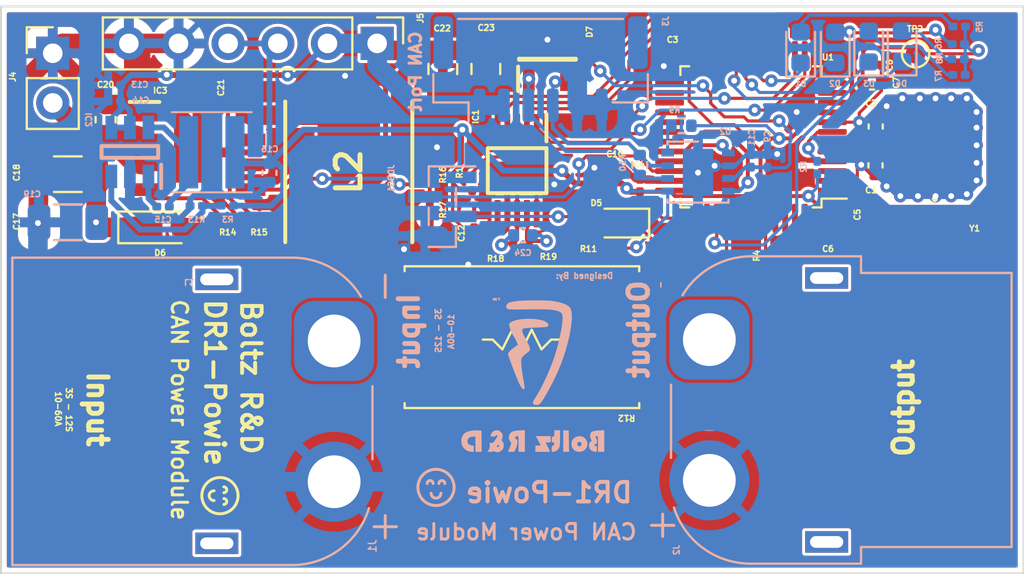
<source format=kicad_pcb>
(kicad_pcb (version 20221018) (generator pcbnew)
  (layers (0 "F.Cu" signal) (31 "B.Cu" signal) (34 "B.Paste" user) (35 "F.Paste" user) (36 "B.SilkS" user "B.Silkscreen") (37 "F.SilkS" user "F.Silkscreen") (38 "B.Mask" user) (39 "F.Mask" user) (44 "Edge.Cuts" user))
  (net 0 "")
  (net 1 "MCU_OSCIN")
  (net 5 "MCU_OSCOUT")
  (net 6 "VDD")
  (net 7 "+5V")
  (net 8 "GND")
  (net 9 "GAUGE_LED1")
  (net 13 "Net-(D1-A)")
  (net 14 "GAUGE_LED2")
  (net 15 "Net-(D2-A)")
  (net 16 "GAUGE_LED3")
  (net 17 "Net-(D3-A)")
  (net 18 "GAUGE_LED4")
  (net 19 "Net-(D4-A)")
  (net 20 "UI_LED")
  (net 23 "Net-(D5-A)")
  (net 31 "+BATT")
  (net 32 "CSENSE1")
  (net 33 "CSNSR_CS")
  (net 34 "CSNSR_MOSI")
  (net 35 "CSNSR_ALERT")
  (net 37 "CSNSR_MISO")
  (net 38 "CSNSR_SCLK")
  (net 42 "CSENSE2")
  (net 45 "Net-(IC2-SW)")
  (net 46 "CAN_L_1")
  (net 47 "CAN_H_1")
  (net 48 "FMU_SWDIO")
  (net 49 "FMU_SWCLK")
  (net 50 "Net-(U1-NRST)")
  (net 51 "BOOT0")
  (net 52 "Net-(U2-S)")
  (net 53 "CAN1_RX")
  (net 54 "CAN1_TX")
  (net 55 "Net-(IC2-CB)")
  (net 56 "Net-(IC3-BOOT)")
  (net 57 "Net-(IC3-SW)")
  (net 58 "Net-(IC2-FB)")
  (net 59 "Net-(IC3-RT{slash}SYNC)")
  (net 60 "Net-(IC3-FB)")
  (net 61 "Net-(IC3-PG)")
  (net 62 "PSU")
  (net 63 "PSU2")
  (footprint "Diode_SMD:D_MicroSMP_AK" (layer "F.Cu") (at 96.34 49.6)
    (fp_text reference "D6")
    (fp_text value "V2PM10HM3/H")
  )
  (footprint "Capacitor_SMD:C_0402_1005Metric" (layer "F.Cu") (at 132.94 44.44 90)
    (fp_text reference "C2")
    (fp_text value "8pF 1%")
  )
  (footprint "Capacitor_SMD:C_1206_3216Metric" (layer "F.Cu") (at 91.62 46.88 180)
    (fp_text reference "C18")
    (fp_text value "4.7uF 63V")
  )
  (footprint "Capacitor_SMD:C_0201_0603Metric" (layer "F.Cu") (at 119.6 46.9 90)
    (fp_text reference "C10")
    (fp_text value "4.7uF")
  )
  (footprint "Capacitor_SMD:C_0201_0603Metric" (layer "F.Cu") (at 99.81 49.09)
    (fp_text reference "R14")
    (fp_text value "64.9K")
  )
  (footprint "LMR38020SDDAR:SOIC127P600X170-9N" (layer "F.Cu") (at 98.252 45.765)
    (fp_text reference "IC3")
    (fp_text value "LMR38020SDDAR" hide)
  )
  (footprint "Connector_PinHeader_2.54mm:PinHeader_1x06_P2.54mm_Vertical" (layer "F.Cu") (at 107.44 40.19 -90)
    (fp_text reference "J5")
    (fp_text value "Conn_01x06")
  )
  (footprint "Resistor_SMD:R_0201_0603Metric" (layer "F.Cu") (at 115.2 50.745 -90)
    (fp_text reference "R19")
    (fp_text value "220E 0.1%")
  )
  (footprint "TestPoint:TestPoint_Pad_D1.0mm" (layer "F.Cu") (at 134.98 40.72)
    (fp_text reference "TP2")
    (fp_text value "TestPoint")
  )
  (footprint "Resistor_SMD:R_0201_0603Metric" (layer "F.Cu") (at 114.4 50.745 -90)
    (fp_text reference "R18")
    (fp_text value "220E 0.1%")
  )
  (footprint "Resistor_SMD:R_0201_0603Metric" (layer "F.Cu") (at 119.41 50.66)
    (fp_text reference "R11")
    (fp_text value "220E")
  )
  (footprint "Capacitor_SMD:C_0805_2012Metric" (layer "F.Cu") (at 113 41.5 -90)
    (fp_text reference "C23")
    (fp_text value "47uF")
  )
  (footprint "Capacitor_SMD:C_0201_0603Metric" (layer "F.Cu") (at 130.52 50.08)
    (fp_text reference "C6")
    (fp_text value "100nf")
  )
  (footprint "Capacitor_SMD:C_0402_1005Metric" (layer "F.Cu") (at 132.93 46.43 -90)
    (fp_text reference "C1")
    (fp_text value "8pF 1%")
  )
  (footprint "Connector_PinHeader_2.54mm:PinHeader_1x02_P2.54mm_Vertical" (layer "F.Cu") (at 90.85 40.695)
    (fp_text reference "J4")
    (fp_text value "Conn_01x02")
  )
  (footprint "Capacitor_SMD:C_0201_0603Metric" (layer "F.Cu") (at 112.4 49.3 90)
    (fp_text reference "C12")
    (fp_text value "100nf")
  )
  (footprint "Capacitor_SMD:C_0201_0603Metric" (layer "F.Cu") (at 122.54 40.75 180)
    (fp_text reference "C3")
    (fp_text value "100nf")
  )
  (footprint "Capacitor_SMD:C_0201_0603Metric" (layer "F.Cu") (at 110.13 48.65 -90)
    (fp_text reference "R17")
    (fp_text value "10K 1%")
  )
  (footprint "Capacitor_SMD:C_0402_1005Metric" (layer "F.Cu") (at 132.75 42.19)
    (fp_text reference "C7")
    (fp_text value "10nf")
  )
  (footprint "Capacitor_SMD:C_0603_1608Metric" (layer "F.Cu") (at 93.55 44.09 90)
    (fp_text reference "C20")
    (fp_text value "100nf 100V")
  )
  (footprint "Resistor_SMD:R_0201_0603Metric" (layer "F.Cu") (at 101.42 49.08 180)
    (fp_text reference "R15")
    (fp_text value "100K")
  )
  (footprint "Capacitor_SMD:C_0805_2012Metric" (layer "F.Cu") (at 110.8 41.5 -90)
    (fp_text reference "C22")
    (fp_text value "47uF")
  )
  (footprint "LED_SMD:LED_0603_1608Metric" (layer "F.Cu") (at 119.87 49.38 180)
    (fp_text reference "D5")
    (fp_text value "LED")
  )
  (footprint "SRP6540-150M:INDPM7265X400N" (layer "F.Cu") (at 105.99 46.76 -90)
    (fp_text reference "L2")
    (fp_text value "15uH 2A(Min)" hide)
  )
  (footprint "Resistor_SMD:R_0201_0603Metric" (layer "F.Cu") (at 112.3 47.4 -90)
    (fp_text reference "R1")
    (fp_text value "10K")
  )
  (footprint "NX3225GD-8MHZ-EXS00A-CG04874:NX3225GD8MHZSTDCRA3" (layer "F.Cu") (at 135.96 45.49 90)
    (fp_text reference "Y1")
    (fp_text value "NX3225GD-8MHZ-EXS00A-CG04874\n" hide)
  )
  (footprint "Capacitor_SMD:C_0201_0603Metric" (layer "F.Cu") (at 132.65 41.28)
    (fp_text reference "C8")
    (fp_text value "1uF")
  )
  (footprint "Capacitor_SMD:C_0201_0603Metric" (layer "F.Cu") (at 100.515 42.48)
    (fp_text reference "C21")
    (fp_text value "100nf")
  )
  (footprint "INA239AIDGSR:SOP50P490X110-10N" (layer "F.Cu") (at 114.6 46.7 -90)
    (fp_text reference "IC1")
    (fp_text value "INA239AIDGSR" hide)
  )
  (footprint "Capacitor_SMD:C_0201_0603Metric" (layer "F.Cu") (at 110.12 46.91 -90)
    (fp_text reference "R16")
    (fp_text value "40.2K 1%")
  )
  (footprint "Capacitor_SMD:C_0201_0603Metric" (layer "F.Cu") (at 120.88 47.46 90)
    (fp_text reference "C4")
    (fp_text value "100nf")
  )
  (footprint "CDSOT23-T24CAN:SOT95P230X117-3N" (layer "F.Cu") (at 116.15 41 90)
    (fp_text reference "D7")
    (fp_text value "CDSOT23-T24CAN" hide)
  )
  (footprint "BVS-M-R0005-1.0:BVS-M-R0005-1.0" (layer "F.Cu") (at 120.845 58.84 180)
    (fp_text reference "R12")
    (fp_text value "0.5MOhm 9W")
  )
  (footprint "Package_QFP:LQFP-48_7x7mm_P0.5mm" (layer "F.Cu") (at 126.56 44.97 180)
    (fp_text reference "U1")
    (fp_text value "STM32L431CBTx")
  )
  (footprint "Resistor_SMD:R_0201_0603Metric" (layer "F.Cu") (at 127.85 51.07)
    (fp_text reference "R4")
    (fp_text value "10K")
  )
  (footprint "Capacitor_SMD:C_0201_0603Metric" (layer "F.Cu") (at 131.35 48.95 -90)
    (fp_text reference "C5")
    (fp_text value "100nf")
  )
  (footprint "Capacitor_SMD:C_1206_3216Metric" (layer "F.Cu") (at 91.62 49.34 180)
    (fp_text reference "C17")
    (fp_text value "4.7uF 63V")
  )
  (footprint "Connector_PinHeader_1.00mm:PinHeader_1x04_P1.00mm_Vertical_SMD_Pin1Left" (layer "B.Cu") (at 110.775 48.54 180)
    (fp_text reference "JDBG1")
    (fp_text value "Conn_01x04")
  )
  (footprint "Capacitor_SMD:C_0201_0603Metric" (layer "B.Cu") (at 126.56 46.2 90)
    (fp_text reference "C11")
    (fp_text value "100nF")
  )
  (footprint "Resistor_SMD:R_0402_1005Metric" (layer "B.Cu") (at 123 44.4)
    (fp_text reference "R9")
    (fp_text value "10K")
  )
  (footprint "LED_SMD:LED_0603_1608Metric" (layer "B.Cu") (at 130.87 40.4 90)
    (fp_text reference "D2")
    (fp_text value "LED")
  )
  (footprint "Resistor_SMD:R_0201_0603Metric" (layer "B.Cu") (at 137.165 40.2275)
    (fp_text reference "R6")
    (fp_text value "220E")
  )
  (footprint "Capacitor_SMD:C_0402_1005Metric" (layer "B.Cu") (at 101.93 46.81 -90)
    (fp_text reference "C16")
    (fp_text value "10uF")
  )
  (footprint "Capacitor_SMD:C_0201_0603Metric" (layer "B.Cu") (at 127.4 46.2 90)
    (fp_text reference "C9")
    (fp_text value "100nF")
  )
  (footprint "Resistor_SMD:R_0201_0603Metric" (layer "B.Cu") (at 137.21 39.3275)
    (fp_text reference "R5")
    (fp_text value "220E")
  )
  (footprint "Capacitor_SMD:C_0402_1005Metric" (layer "B.Cu") (at 114.9 50)
    (fp_text reference "C24")
    (fp_text value "100nf 100V")
  )
  (footprint "Capacitor_SMD:C_1206_3216Metric" (layer "B.Cu") (at 91.62 49.34 180)
    (fp_text reference "C19")
    (fp_text value "4.7uF 63V")
  )
  (footprint "LED_SMD:LED_0603_1608Metric" (layer "B.Cu") (at 129.1 40.4 90)
    (fp_text reference "D1")
    (fp_text value "LED")
  )
  (footprint "Connector_AMASS:AMASS_XT60PW-F_1x02_P7.20mm_Horizontal" (layer "B.Cu") (at 124.43 55.34 90)
    (fp_text reference "J2")
    (fp_text value "Conn_01x02")
  )
  (footprint "Resistor_SMD:R_0201_0603Metric" (layer "B.Cu") (at 137.2 41.8)
    (fp_text reference "R7")
    (fp_text value "220E")
  )
  (footprint "Resistor_SMD:R_0201_0603Metric" (layer "B.Cu") (at 129.95 46.54 -90)
    (fp_text reference "R2")
    (fp_text value "10K")
  )
  (footprint "Package_DFN_QFN:DFN-8-1EP_3x3mm_P0.65mm_EP1.55x2.4mm" (layer "B.Cu") (at 123.85 46.775 180)
    (fp_text reference "U2")
    (fp_text value "TJA1051TK-3")
  )
  (footprint "Connector_AMASS:AMASS_XT60PW-M_1x02_P7.20mm_Horizontal" (layer "B.Cu") (at 105.24 55.41 -90)
    (fp_text reference "J1")
    (fp_text value "Conn_01x02")
  )
  (footprint "Capacitor_SMD:C_0201_0603Metric" (layer "B.Cu") (at 99.78 48.49 180)
    (fp_text reference "R3")
    (fp_text value "69.8K")
  )
  (footprint "78438356056 :Inductor" (layer "B.Cu") (at 96.8325 47.9075)
    (fp_text reference "L1")
    (fp_text value "5.6uH 0.6A(Min)")
  )
  (footprint "Capacitor_SMD:C_0201_0603Metric" (layer "B.Cu") (at 93.9975 43.1525 180)
    (fp_text reference "C14")
    (fp_text value "100nf")
  )
  (footprint "Capacitor_SMD:C_0201_0603Metric" (layer "B.Cu") (at 94.0075 42.3225 180)
    (fp_text reference "C13")
    (fp_text value "4.7uF")
  )
  (footprint "Connector_JST:JST_GH_SM06B-GHS-TB_1x06-1MP_P1.25mm_Horizontal" (layer "B.Cu") (at 115.8 41.5)
    (fp_text reference "J3")
    (fp_text value "Conn_01x06")
  )
  (footprint "Capacitor_SMD:C_0201_0603Metric" (layer "B.Cu") (at 98.19 48.5 180)
    (fp_text reference "R13")
    (fp_text value "22.1K")
  )
  (footprint "LED_SMD:LED_0603_1608Metric" (layer "B.Cu") (at 134.29 40.34 90)
    (fp_text reference "D4")
    (fp_text value "LED")
  )
  (footprint "Capacitor_SMD:C_0201_0603Metric" (layer "B.Cu") (at 96.49 48.54 180)
    (fp_text reference "C15")
    (fp_text value "100nf")
  )
  (footprint "LMR54406DBVR:SOT95P280X145-6N" (layer "B.Cu") (at 94.7925 45.7425 90)
    (fp_text reference "IC2")
    (fp_text value "LMR54406DBVR" hide)
  )
  (footprint "LED_SMD:LED_0603_1608Metric" (layer "B.Cu") (at 132.58 40.35 90)
    (fp_text reference "D3")
    (fp_text value "LED")
  )
  (footprint "Resistor_SMD:R_0402_1005Metric" (layer "B.Cu") (at 120.87 46.41 -90)
    (fp_text reference "R10")
    (fp_text value "120E")
  )
  (footprint "Resistor_SMD:R_0201_0603Metric" (layer "B.Cu") (at 137.15 41)
    (fp_text reference "R8")
    (fp_text value "220E")
  )
  (footprint "Logo:BoltzRndLogo10mm" (layer "B.Cu") (at 115.236024 57.098904 180)
    (fp_text reference "G***" hide)
    (fp_text value "LOGO" hide)
  )
  (gr_arc (start 110.6 62.7) (mid 110.75 62.55) (end 110.9 62.7) (stroke (width 0.15)) (layer "B.SilkS"))
  (gr_circle (center 110.45 62.9) (end 110.9 63.709857) (stroke (width 0.15)) (fill none) (layer "B.SilkS"))
  (gr_arc (start 110.7 63.2) (mid 110.45 63.45) (end 110.2 63.2) (stroke (width 0.15)) (layer "B.SilkS"))
  (gr_arc (start 110 62.7) (mid 110.15 62.55) (end 110.3 62.7) (stroke (width 0.15)) (layer "B.SilkS"))
  (gr_arc (start 99.6 63.472037) (mid 99.75 63.622037) (end 99.6 63.772037) (stroke (width 0.15)) (layer "F.SilkS"))
  (gr_arc (start 99.6 62.872037) (mid 99.75 63.022037) (end 99.6 63.172037) (stroke (width 0.15)) (layer "F.SilkS"))
  (gr_arc (start 99.1 63.572037) (mid 98.85 63.322037) (end 99.1 63.072037) (stroke (width 0.15)) (layer "F.SilkS"))
  (gr_circle (center 99.4 63.322037) (end 98.590143 62.872037) (stroke (width 0.15)) (fill none) (layer "F.SilkS"))
  (gr_line (start 88.2 38.3) (end 140.5 38.3) (stroke (width 0.1)) (layer "Edge.Cuts"))
  (gr_line (start 140.5 38.3) (end 140.5 67.3) (stroke (width 0.1)) (layer "Edge.Cuts"))
  (gr_line (start 140.5 67.3) (end 88.2 67.3) (stroke (width 0.1)) (layer "Edge.Cuts"))
  (gr_line (start 88.2 67.3) (end 88.2 38.3) (stroke (width 0.1)) (layer "Edge.Cuts"))
  (gr_text "DR1-Powie" (at 120.6 63.75) (layer "B.SilkS") (effects (font (size 1 1) (thickness 0.2)) (justify left bottom mirror)))
  (gr_text "Designed By:" (at 119.55 52.25) (layer "B.SilkS") (effects (font (size 0.3 0.3) (thickness 0.075) bold) (justify left bottom mirror)))
  (gr_text "CAN Power Module" (at 120.8 65.65) (layer "B.SilkS") (effects (font (size 0.8 0.8)) (justify left bottom mirror)))
  (gr_text "Input" (at 109.65 52.85 90) (layer "B.SilkS") (effects (font (size 1 1) (thickness 0.25)) (justify left bottom mirror)))
  (gr_text "Output" (at 121.4 52.2 90) (layer "B.SilkS") (effects (font (size 1 1) (thickness 0.25)) (justify left bottom mirror)))
  (gr_text "CAN Port" (at 109.75 39.5 90) (layer "B.SilkS") (effects (font (size 0.6 0.6) (thickness 0.15) bold) (justify left bottom mirror)))
  (gr_text "10-60A" (at 111.4 54 -270) (layer "B.SilkS") (effects (font (size 0.3 0.3) (thickness 0.075)) (justify left bottom mirror)))
  (gr_text "3S - 12S" (at 110.75 53.7 90) (layer "B.SilkS") (effects (font (size 0.3 0.3) (thickness 0.075)) (justify left bottom mirror)))
  (gr_text "Output" (at 134.95 61.45 90) (layer "F.SilkS") (effects (font (size 1 1) (thickness 0.25)) (justify left bottom)))
  (gr_text "10-60A" (at 90.95 57.95 270) (layer "F.SilkS") (effects (font (size 0.3 0.3) (thickness 0.075)) (justify left bottom)))
  (gr_text "Input" (at 92.55 56.85 -90) (layer "F.SilkS") (effects (font (size 1 1) (thickness 0.25)) (justify left bottom)))
  (gr_text "Boltz R&D" (at 100.4 53.25 -90) (layer "F.SilkS") (effects (font (size 1 1) (thickness 0.2)) (justify left bottom)))
  (gr_text "DR1-Powie" (at 98.55 53.172037 -90) (layer "F.SilkS") (effects (font (size 1 1) (thickness 0.2)) (justify left bottom)))
  (gr_text "CAN Power Module" (at 96.85 53.2 -90) (layer "F.SilkS") (effects (font (size 0.8 0.8)) (justify left bottom)))
  (gr_text "3S - 12S" (at 91.5 57.75 270) (layer "F.SilkS") (effects (font (size 0.3 0.3) (thickness 0.075)) (justify left bottom)))
  (segment (start 130.7225 45.72) (end 132.7 45.72) (width 0.16) (layer "F.Cu") (net 1))
  (segment (start 132.7 45.72) (end 132.93 45.95) (width 0.16) (layer "F.Cu") (net 1))
  (segment (start 135.42 45.9) (end 135.96 46.44) (width 0.16) (layer "F.Cu") (net 1))
  (segment (start 132.98 45.9) (end 135.42 45.9) (width 0.16) (layer "F.Cu") (net 1))
  (segment (start 132.93 45.95) (end 132.98 45.9) (width 0.16) (layer "F.Cu") (net 1))
  (segment (start 132.97 44.95) (end 135.55 44.95) (width 0.16) (layer "F.Cu") (net 5))
  (segment (start 130.7225 45.22) (end 132.64 45.22) (width 0.16) (layer "F.Cu") (net 5))
  (segment (start 132.64 45.22) (end 132.94 44.92) (width 0.16) (layer "F.Cu") (net 5))
  (segment (start 135.55 44.95) (end 135.96 44.54) (width 0.16) (layer "F.Cu") (net 5))
  (segment (start 132.94 44.92) (end 132.97 44.95) (width 0.16) (layer "F.Cu") (net 5))
  (segment (start 130.2 50.08) (end 129.78 50.08) (width 0.2) (layer "F.Cu") (net 6))
  (segment (start 130.7225 43.72) (end 131.58 43.72) (width 0.2) (layer "F.Cu") (net 6))
  (segment (start 131.35 48.3475) (end 130.7225 47.72) (width 0.2) (layer "F.Cu") (net 6))
  (segment (start 111.82 49.62) (end 112.3 49.62) (width 0.16) (layer "F.Cu") (net 6))
  (segment (start 112.3 47.72) (end 111.72 47.72) (width 0.16) (layer "F.Cu") (net 6))
  (segment (start 138.03 40.72) (end 138.2 40.55) (width 0.16) (layer "F.Cu") (net 6))
  (segment (start 120.88 47.78) (end 122.3375 47.78) (width 0.2) (layer "F.Cu") (net 6))
  (segment (start 122.86 41.36) (end 122.86 40.75) (width 0.2) (layer "F.Cu") (net 6))
  (segment (start 125.7 44.35) (end 124.6 44.35) (width 0.16) (layer "F.Cu") (net 6))
  (segment (start 120.38 47.78) (end 120.88 47.78) (width 0.3) (layer "F.Cu") (net 6))
  (segment (start 111.8 44.6) (end 111.8 46.3) (width 0.16) (layer "F.Cu") (net 6))
  (segment (start 128.6 45.05) (end 129.93 43.72) (width 0.2) (layer "F.Cu") (net 6))
  (segment (start 134.66 40.4) (end 134.98 40.72) (width 0.2) (layer "F.Cu") (net 6))
  (segment (start 132.33 41.28) (end 132.3 41.25) (width 0.2) (layer "F.Cu") (net 6))
  (segment (start 123.4 41.9) (end 122.86 41.36) (width 0.2) (layer "F.Cu") (net 6))
  (segment (start 127.05 45.95) (end 127.05 45.7) (width 0.16) (layer "F.Cu") (net 6))
  (segment (start 132.5 40.4) (end 134.66 40.4) (width 0.2) (layer "F.Cu") (net 6))
  (segment (start 111.8 46.3) (end 111.3 46.8) (width 0.16) (layer "F.Cu") (net 6))
  (segment (start 113.28 49.62) (end 112.4 49.62) (width 0.2) (layer "F.Cu") (net 6))
  (segment (start 129.5 48) (end 130.13 48.63) (width 0.2) (layer "F.Cu") (net 6))
  (segment (start 128 45.05) (end 128.6 45.05) (width 0.2) (layer "F.Cu") (net 6))
  (segment (start 127.05 47.65) (end 126.7 48) (width 0.2) (layer "F.Cu") (net 6))
  (segment (start 130.13 48.63) (end 130.2 48.7) (width 0.2) (layer "F.Cu") (net 6))
  (segment (start 132.3 41.25) (end 132.3 40.6) (width 0.2) (layer "F.Cu") (net 6))
  (segment (start 123.7525 40.75) (end 123.81 40.8075) (width 0.2) (layer "F.Cu") (net 6))
  (segment (start 130.13 48.63) (end 131.35 48.63) (width 0.2) (layer "F.Cu") (net 6))
  (segment (start 120.2 47.6) (end 120.38 47.78) (width 0.3) (layer "F.Cu") (net 6))
  (segment (start 126.55 48) (end 129.5 48) (width 0.2) (layer "F.Cu") (net 6))
  (segment (start 117.55 47.35) (end 119.95 47.35) (width 0.3) (layer "F.Cu") (net 6))
  (segment (start 129.78 50.08) (end 129.31 49.61) (width 0.2) (layer "F.Cu") (net 6))
  (segment (start 111.72 47.72) (end 111.3 47.3) (width 0.16) (layer "F.Cu") (net 6))
  (segment (start 127.05 45.95) (end 127.05 47.65) (width 0.2) (layer "F.Cu") (net 6))
  (segment (start 130.2 48.7) (end 130.2 50.08) (width 0.2) (layer "F.Cu") (net 6))
  (segment (start 111.3 46.8) (end 111.3 47.3) (width 0.16) (layer "F.Cu") (net 6))
  (segment (start 122.86 40.75) (end 123.7525 40.75) (width 0.2) (layer "F.Cu") (net 6))
  (segment (start 122.6775 48) (end 126.55 48) (width 0.2) (layer "F.Cu") (net 6))
  (segment (start 126.7 48) (end 126.55 48) (width 0.2) (layer "F.Cu") (net 6))
  (segment (start 131.35 48.63) (end 131.35 48.3475) (width 0.2) (layer "F.Cu") (net 6))
  (segment (start 132.27 42.19) (end 132.27 41.34) (width 0.2) (layer "F.Cu") (net 6))
  (segment (start 113.6 48.9) (end 113.6 49.3) (width 0.2) (layer "F.Cu") (net 6))
  (segment (start 123.4 43.15) (end 123.4 42.2) (width 0.16) (layer "F.Cu") (net 6))
  (segment (start 127.05 45.7) (end 125.7 44.35) (width 0.16) (layer "F.Cu") (net 6))
  (segment (start 128 45.05) (end 127.6 45.05) (width 0.2) (layer "F.Cu") (net 6))
  (segment (start 119.95 47.35) (end 120.2 47.6) (width 0.3) (layer "F.Cu") (net 6))
  (segment (start 127.05 45.6) (end 127.05 45.95) (width 0.2) (layer "F.Cu") (net 6))
  (segment (start 119.73 50.66) (end 120.64 50.66) (width 0.16) (layer "F.Cu") (net 6))
  (segment (start 116.9 46.7) (end 116.91 46.69) (width 0.3) (layer "F.Cu") (net 6))
  (segment (start 129.93 43.72) (end 130.7225 43.72) (width 0.2) (layer "F.Cu") (net 6))
  (segment (start 131.58 43.72) (end 132.27 43.03) (width 0.2) (layer "F.Cu") (net 6))
  (segment (start 122.3975 47.72) (end 122.6775 48) (width 0.2) (layer "F.Cu") (net 6))
  (segment (start 132.27 41.34) (end 132.33 41.28) (width 0.2) (layer "F.Cu") (net 6))
  (segment (start 116.9 46.7) (end 117.55 47.35) (width 0.3) (layer "F.Cu") (net 6))
  (segment (start 123.4 42.2) (end 123.4 41.9) (width 0.2) (layer "F.Cu") (net 6))
  (segment (start 113.6 49.3) (end 113.28 49.62) (width 0.2) (layer "F.Cu") (net 6))
  (segment (start 122.3375 47.78) (end 122.3975 47.72) (width 0.2) (layer "F.Cu") (net 6))
  (segment (start 134.98 40.72) (end 138.03 40.72) (width 0.16) (layer "F.Cu") (net 6))
  (segment (start 124.6 44.35) (end 123.4 43.15) (width 0.16) (layer "F.Cu") (net 6))
  (segment (start 127.6 45.05) (end 127.05 45.6) (width 0.2) (layer "F.Cu") (net 6))
  (segment (start 120.64 50.66) (end 120.7 50.6) (width 0.16) (layer "F.Cu") (net 6))
  (segment (start 129.31 49.61) (end 129.31 49.1325) (width 0.2) (layer "F.Cu") (net 6))
  (segment (start 132.27 43.03) (end 132.27 42.19) (width 0.2) (layer "F.Cu") (net 6))
  (segment (start 132.3 40.6) (end 132.5 40.4) (width 0.2) (layer "F.Cu") (net 6))
  (segment (start 111.3 47.3) (end 111.3 49.1) (width 0.16) (layer "F.Cu") (net 6))
  (segment (start 111.3 49.1) (end 111.82 49.62) (width 0.16) (layer "F.Cu") (net 6))
  (via (at 129.5 48) (size 0.65) (drill 0.3) (layers "F.Cu" "B.Cu") (net 6))
  (via (at 120.7 50.6) (size 0.65) (drill 0.3) (layers "F.Cu" "B.Cu") (net 6))
  (via (at 111.8 44.6) (size 0.65) (drill 0.3) (layers "F.Cu" "B.Cu") (net 6))
  (via (at 138.2 40.55) (size 0.65) (drill 0.3) (layers "F.Cu" "B.Cu") (net 6))
  (via (at 128 45.05) (size 0.65) (drill 0.3) (layers "F.Cu" "B.Cu") (net 6))
  (via (at 116.9 46.7) (size 0.65) (drill 0.3) (layers "F.Cu" "B.Cu") (net 6))
  (via (at 120.2 47.6) (size 0.65) (drill 0.3) (layers "F.Cu" "B.Cu") (net 6))
  (segment (start 120.7 50.6) (end 122.3 49) (width 0.16) (layer "B.Cu") (net 6))
  (segment (start 129.95 47.55) (end 129.5 48) (width 0.16) (layer "B.Cu") (net 6))
  (segment (start 102.33 46.33) (end 101.93 46.33) (width 0.3) (layer "B.Cu") (net 6))
  (segment (start 109.2 44.6) (end 111.8 44.6) (width 0.3) (layer "B.Cu") (net 6))
  (segment (start 120.35 47.75) (end 120.2 47.6) (width 0.16) (layer "B.Cu") (net 6))
  (segment (start 101.93 40.62) (end 102.36 40.19) (width 0.3) (layer "B.Cu") (net 6))
  (segment (start 111.65 44.75) (end 111.8 44.6) (width 0.2) (layer "B.Cu") (net 6))
  (segment (start 113.9 46.7) (end 115.3 46.7) (width 0.3) (layer "B.Cu") (net 6))
  (segment (start 137.8075 40.55) (end 137.485 40.2275) (width 0.16) (layer "B.Cu") (net 6))
  (segment (start 129.95 46.86) (end 129.95 47.55) (width 0.16) (layer "B.Cu") (net 6))
  (segment (start 137.52 41.8) (end 137.52 39.3375) (width 0.16) (layer "B.Cu") (net 6))
  (segment (start 100.1 48.49) (end 102.02 48.49) (width 0.3) (layer "B.Cu") (net 6))
  (segment (start 103.66 44.6) (end 108 44.6) (width 0.3) (layer "B.Cu") (net 6))
  (segment (start 127.35 44.4) (end 123.51 44.4) (width 0.16) (layer "B.Cu") (net 6))
  (segment (start 108 44.6) (end 109.455 44.6) (width 0.3) (layer "B.Cu") (net 6))
  (segment (start 137.52 39.3375) (end 137.53 39.3275) (width 0.16) (layer "B.Cu") (net 6))
  (segment (start 128 45.05) (end 127.35 44.4) (width 0.16) (layer "B.Cu") (net 6))
  (segment (start 111.65 47.04) (end 111.65 44.75) (width 0.2) (layer "B.Cu") (net 6))
  (segment (start 122.3 47.75) (end 120.35 47.75) (width 0.16) (layer "B.Cu") (net 6))
  (segment (start 116.9 46.7) (end 115.3 46.7) (width 0.3) (layer "B.Cu") (net 6))
  (segment (start 137.53 41.8275) (end 137.43 41.9275) (width 0.16) (layer "B.Cu") (net 6))
  (segment (start 138.2 40.55) (end 137.8075 40.55) (width 0.16) (layer "B.Cu") (net 6))
  (segment (start 111.8 44.6) (end 113.9 46.7) (width 0.3) (layer "B.Cu") (net 6))
  (segment (start 101.93 46.33) (end 100.74 46.33) (width 0.3) (layer "B.Cu") (net 6))
  (segment (start 101.93 46.33) (end 101.93 40.62) (width 0.3) (layer "B.Cu") (net 6))
  (segment (start 111.8 44.6) (end 113.89 46.69) (width 0.3) (layer "B.Cu") (net 6))
  (segment (start 102.63 46.63) (end 102.33 46.33) (width 0.3) (layer "B.Cu") (net 6))
  (segment (start 122.3 49) (end 122.3 47.75) (width 0.16) (layer "B.Cu") (net 6))
  (segment (start 101.93 46.33) (end 103.66 44.6) (width 0.3) (layer "B.Cu") (net 6))
  (segment (start 102.02 48.49) (end 102.63 47.88) (width 0.3) (layer "B.Cu") (net 6))
  (segment (start 102.63 47.88) (end 102.63 46.63) (width 0.3) (layer "B.Cu") (net 6))
  (segment (start 100.74 46.33) (end 100.1675 45.7575) (width 0.3) (layer "B.Cu") (net 6))
  (segment (start 102.36 40.19) (end 99.82 40.19) (width 0.3) (layer "B.Cu") (net 6))
  (segment (start 114.95 40.95) (end 114.55 40.55) (width 0.16) (layer "F.Cu") (net 7))
  (segment (start 96.7 41.81) (end 102.86 41.81) (width 0.3) (layer "F.Cu") (net 7))
  (segment (start 110.8 40.55) (end 113 40.55) (width 1) (layer "F.Cu") (net 7))
  (segment (start 114.55 40.55) (end 113 40.55) (width 0.16) (layer "F.Cu") (net 7))
  (segment (start 128 44.15) (end 127.992 44.158) (width 0.16) (layer "F.Cu") (net 7))
  (segment (start 118.2 40.95) (end 118.85 41.6) (width 0.16) (layer "F.Cu") (net 7))
  (segment (start 127.992 44.158) (end 126.408 44.158) (width 0.16) (layer "F.Cu") (net 7))
  (segment (start 126.2 43.95) (end 125.2 43.95) (width 0.16) (layer "F.Cu") (net 7))
  (segment (start 105.99 48.26) (end 108.29 45.96) (width 1) (layer "F.Cu") (net 7))
  (segment (start 125.2 43.95) (end 124.5 43.25) (width 0.16) (layer "F.Cu") (net 7))
  (segment (start 124.5 43.25) (end 124.5 42.75) (width 0.16) (layer "F.Cu") (net 7))
  (segment (start 108.65 45.6) (end 108.65 42.15) (width 1) (layer "F.Cu") (net 7))
  (segment (start 102.22 49.56) (end 105.99 49.56) (width 0.2) (layer "F.Cu") (net 7))
  (segment (start 107.8 40.55) (end 107.44 40.19) (width 1) (layer "F.Cu") (net 7))
  (segment (start 110.25 40.55) (end 110.8 40.55) (width 1) (layer "F.Cu") (net 7))
  (segment (start 114.95 40.95) (end 118.2 40.95) (width 0.16) (layer "F.Cu") (net 7))
  (segment (start 110.12 46.59) (end 109.49 45.96) (width 0.2) (layer "F.Cu") (net 7))
  (segment (start 108.65 42.15) (end 110.25 40.55) (width 1) (layer "F.Cu") (net 7))
  (segment (start 110.8 40.55) (end 107.8 40.55) (width 1) (layer "F.Cu") (net 7))
  (segment (start 126.408 44.158) (end 126.2 43.95) (width 0.16) (layer "F.Cu") (net 7))
  (segment (start 109.49 45.96) (end 108.29 45.96) (width 0.2) (layer "F.Cu") (net 7))
  (segment (start 101.74 49.08) (end 102.22 49.56) (width 0.2) (layer "F.Cu") (net 7))
  (segment (start 105.99 49.56) (end 105.99 48.26) (width 1) (layer "F.Cu") (net 7))
  (segment (start 108.29 45.96) (end 108.65 45.6) (width 1) (layer "F.Cu") (net 7))
  (segment (start 124.5 42.75) (end 124.1 42.35) (width 0.16) (layer "F.Cu") (net 7))
  (via (at 128 44.15) (size 0.65) (drill 0.3) (layers "F.Cu" "B.Cu") (net 7))
  (via (at 96.68 41.79) (size 0.65) (drill 0.3) (layers "F.Cu" "B.Cu") (net 7))
  (via (at 102.86 41.81) (size 0.65) (drill 0.3) (layers "F.Cu" "B.Cu") (net 7))
  (via (at 124.1 42.35) (size 0.65) (drill 0.3) (layers "F.Cu" "B.Cu") (net 7))
  (via (at 118.85 41.6) (size 0.65) (drill 0.3) (layers "F.Cu" "B.Cu") (net 7))
  (segment (start 102.86 41.81) (end 103.28 41.81) (width 0.3) (layer "B.Cu") (net 7))
  (segment (start 94.7925 44.4925) (end 94.7925 43.6275) (width 0.3) (layer "B.Cu") (net 7))
  (segment (start 124.1 42.35) (end 119.6 42.35) (width 0.16) (layer "B.Cu") (net 7))
  (segment (start 96.68 41.79) (end 96.7 41.81) (width 0.3) (layer "B.Cu") (net 7))
  (segment (start 94.7925 44.4925) (end 93.8425 44.4925) (width 0.3) (layer "B.Cu") (net 7))
  (segment (start 107.44 41.34) (end 107.44 40.19) (width 1) (layer "B.Cu") (net 7))
  (segment (start 113.6 43.35) (end 112.675 43.35) (width 1) (layer "B.Cu") (net 7))
  (segment (start 128.55 45.208) (end 128.55 46.35) (width 0.16) (layer "B.Cu") (net 7))
  (segment (start 128.6 44.75) (end 128.6 45.158) (width 0.16) (layer "B.Cu") (net 7))
  (segment (start 104.9 40.19) (end 107.44 40.19) (width 1) (layer "B.Cu") (net 7))
  (segment (start 125.7 47.1) (end 126.28 46.52) (width 0.2) (layer "B.Cu") (net 7))
  (segment (start 94.3175 42.3325) (end 94.3275 42.3225) (width 0.3) (layer "B.Cu") (net 7))
  (segment (start 128 44.15) (end 128.6 44.75) (width 0.16) (layer "B.Cu") (net 7))
  (segment (start 128.55 46.35) (end 128.35 46.55) (width 0.16) (layer "B.Cu") (net 7))
  (segment (start 94.3175 43.5725) (end 94.3175 43.1525) (width 0.3) (layer "B.Cu") (net 7))
  (segment (start 94.3175 43.1525) (end 94.3175 42.3325) (width 0.3) (layer "B.Cu") (net 7))
  (segment (start 103.28 41.81) (end 104.9 40.19) (width 0.3) (layer "B.Cu") (net 7))
  (segment (start 93.8425 44.0475) (end 94.3175 43.5725) (width 0.3) (layer "B.Cu") (net 7))
  (segment (start 128.35 46.55) (end 127.43 46.55) (width 0.16) (layer "B.Cu") (net 7))
  (segment (start 125.4 47.1) (end 125.7 47.1) (width 0.2) (layer "B.Cu") (net 7))
  (segment (start 127.43 46.55) (end 127.4 46.52) (width 0.16) (layer "B.Cu") (net 7))
  (segment (start 94.7925 43.6275) (end 94.3175 43.1525) (width 0.3) (layer "B.Cu") (net 7))
  (segment (start 94.3275 42.3225) (end 94.84 41.81) (width 0.3) (layer "B.Cu") (net 7))
  (segment (start 112.675 43.35) (end 109.45 43.35) (width 1) (layer "B.Cu") (net 7))
  (segment (start 94.84 41.81) (end 96.66 41.81) (width 0.3) (layer "B.Cu") (net 7))
  (segment (start 96.66 41.81) (end 96.68 41.79) (width 0.3) (layer "B.Cu") (net 7))
  (segment (start 126.56 46.52) (end 127.4 46.52) (width 0.2) (layer "B.Cu") (net 7))
  (segment (start 109.45 43.35) (end 107.44 41.34) (width 1) (layer "B.Cu") (net 7))
  (segment (start 93.8425 44.4925) (end 93.8425 44.0475) (width 0.3) (layer "B.Cu") (net 7))
  (segment (start 119.6 42.35) (end 118.85 41.6) (width 0.16) (layer "B.Cu") (net 7))
  (segment (start 126.28 46.52) (end 126.56 46.52) (width 0.2) (layer "B.Cu") (net 7))
  (segment (start 128.6 45.158) (end 128.55 45.208) (width 0.16) (layer "B.Cu") (net 7))
  (segment (start 123.85 46.8) (end 123.43 47.22) (width 0.16) (layer "F.Cu") (net 8))
  (segment (start 112.1 51.3) (end 112.1 51.5) (width 0.2) (layer "F.Cu") (net 8))
  (segment (start 110.13 48.97) (end 110.33 48.97) (width 0.3) (layer "F.Cu") (net 8))
  (segment (start 137.6 47.9) (end 138.1 47.4) (width 0.16) (layer "F.Cu") (net 8))
  (segment (start 100.54 49.69) (end 101 49.69) (width 0.2) (layer "F.Cu") (net 8))
  (segment (start 120.64 47.14) (end 120.08 46.58) (width 0.3) (layer "F.Cu") (net 8))
  (segment (start 132.1 44.22) (end 132.68 44.22) (width 0.16) (layer "F.Cu") (net 8))
  (segment (start 130.7225 44.22) (end 132.1 44.22) (width 0.16) (layer "F.Cu") (net 8))
  (segment (start 133.5 47.48) (end 132.93 46.91) (width 0.16) (layer "F.Cu") (net 8))
  (segment (start 113.5 49.9) (end 112.1 51.3) (width 0.2) (layer "F.Cu") (net 8))
  (segment (start 124.7 46.45) (end 124.2 46.45) (width 0.16) (layer "F.Cu") (net 8))
  (segment (start 130.84 50.08) (end 130.84 49.78) (width 0.16) (layer "F.Cu") (net 8))
  (segment (start 131.78 49.27) (end 132 49.05) (width 0.16) (layer "F.Cu") (net 8))
  (segment (start 89.188588 44.598588) (end 89.188588 42.356412) (width 1) (layer "F.Cu") (net 8))
  (segment (start 112.4 48.6) (end 112.4 48.98) (width 0.2) (layer "F.Cu") (net 8))
  (segment (start 113.9 49.9) (end 113.5 49.9) (width 0.2) (layer "F.Cu") (net 8))
  (segment (start 100.13 49.28) (end 100.54 49.69) (width 0.2) (layer "F.Cu") (net 8))
  (segment (start 134.3 43) (end 134.4 43.1) (width 0.16) (layer "F.Cu") (net 8))
  (segment (start 100.13 49.09) (end 100.13 49.28) (width 0.2) (layer "F.Cu") (net 8))
  (segment (start 136.8 43) (end 136.9 43.1) (width 0.16) (layer "F.Cu") (net 8))
  (segment (start 132.71 46.91) (end 132.2 46.4) (width 0.16) (layer "F.Cu") (net 8))
  (segment (start 135.9 43.1) (end 136 43) (width 0.16) (layer "F.Cu") (net 8))
  (segment (start 133.5 43.4) (end 133.8 43.1) (width 0.16) (layer "F.Cu") (net 8))
  (segment (start 110.5 45.5) (end 110.5 42.75) (width 1) (layer "F.Cu") (net 8))
  (segment (start 114.1 48.9) (end 114.1 48) (width 0.2) (layer "F.Cu") (net 8))
  (segment (start 135.2 43) (end 135.3 43.1) (width 0.16) (layer "F.Cu") (net 8))
  (segment (start 130.55 50.75) (end 130.84 50.46) (width 0.16) (layer "F.Cu") (net 8))
  (segment (start 98.252 45.765) (end 98.252 44.932) (width 1) (layer "F.Cu") (net 8))
  (segment (start 138.1 43.7) (end 138.1 43.5) (width 0.16) (layer "F.Cu") (net 8))
  (segment (start 131.35 49.27) (end 131.78 49.27) (width 0.16) (layer "F.Cu") (net 8))
  (segment (start 136.8 48) (end 136 48) (width 0.16) (layer "F.Cu") (net 8))
  (segment (start 122.22 40.33) (end 122.22 40.75) (width 0.16) (layer "F.Cu") (net 8))
  (segment (start 110.5 42.75) (end 110.8 42.45) (width 1) (layer "F.Cu") (net 8))
  (segment (start 136 48) (end 135.1 48) (width 0.16) (layer "F.Cu") (net 8))
  (segment (start 137.5 48) (end 136.8 48) (width 0.16) (layer "F.Cu") (net 8))
  (segment (start 108.815 50.715) (end 110.13 49.4) (width 0.2) (layer "F.Cu") (net 8))
  (segment (start 136.1 43.1) (end 136.7 43.1) (width 0.16) (layer "F.Cu") (net 8))
  (segment (start 124.31 40.06) (end 124.013 39.763) (width 0.16) (layer "F.Cu") (net 8))
  (segment (start 128.17 51.07) (end 128.33 51.07) (width 0.16) (layer "F.Cu") (net 8))
  (segment (start 123.43 47.22) (end 122.3975 47.22) (width 0.16) (layer "F.Cu") (net 8))
  (segment (start 138.1 46.3) (end 138.1 47.2) (width 0.16) (layer "F.Cu") (net 8))
  (segment (start 124.2 46.45) (end 123.85 46.8) (width 0.16) (layer "F.Cu") (net 8))
  (segment (start 133.8 43.1) (end 134.2 43.1) (width 0.16) (layer "F.Cu") (net 8))
  (segment (start 114.1 49.7) (end 113.9 49.9) (width 0.2) (layer "F.Cu") (net 8))
  (segment (start 113.9 47.8) (end 113.2 47.8) (width 0.2) (layer "F.Cu") (net 8))
  (segment (start 101 49.69) (end 102.64 51.33) (width 0.2) (layer "F.Cu") (net 8))
  (segment (start 138.1 43.7) (end 138.1 44.5) (width 0.16) (layer "F.Cu") (net 8))
  (segment (start 120.88 47.14) (end 120.64 47.14) (width 0.3) (layer "F.Cu") (net 8))
  (segment (start 110.8 42.45) (end 113 42.45) (width 1) (layer "F.Cu") (net 8))
  (segment (start 128.33 51.07) (end 128.81 50.59) (width 0.16) (layer "F.Cu") (net 8))
  (segment (start 138.1 44.5) (end 138.1 45.4) (width 0.16) (layer "F.Cu") (net 8))
  (segment (start 128.35 45.85) (end 129.98 44.22) (width 0.16) (layer "F.Cu") (net 8))
  (segment (start 122.22 41.23) (end 122.1 41.35) (width 0.16) (layer "F.Cu") (net 8))
  (segment (start 89.188588 42.356412) (end 90.85 40.695) (width 1) (layer "F.Cu") (net 8))
  (segment (start 108.2 51.33) (end 108.815 50.715) (width 0.2) (layer "F.Cu") (net 8))
  (segment (start 128.81 50.59) (end 128.81 49.1325) (width 0.16) (layer "F.Cu") (net 8))
  (segment (start 130.84 49.78) (end 131.35 49.27) (width 0.16) (layer "F.Cu") (net 8))
  (segment (start 124.31 40.8075) (end 124.31 40.06) (width 0.16) (layer "F.Cu") (net 8))
  (segment (start 134.4 43.1) (end 135.1 43.1) (width 0.16) (layer "F.Cu") (net 8))
  (segment (start 120.08 46.58) (end 119.6 46.58) (width 0.3) (layer "F.Cu") (net 8))
  (segment (start 136.9 43.1) (end 137.6 43) (width 0.16) (layer "F.Cu") (net 8))
  (segment (start 133.52 47.5) (end 133.5 47.5) (width 0.16) (layer "F.Cu") (net 8))
  (segment (start 133.23 42.19) (end 133.23 41.54) (width 0.16) (layer "F.Cu") (net 8))
  (segment (start 94.74 40.19) (end 91.355 40.19) (width 1) (layer "F.Cu") (net 8))
  (segment (start 132 46.6) (end 132.2 46.4) (width 0.16) (layer "F.Cu") (net 8))
  (segment (start 91.355 40.19) (end 90.85 40.695) (width 1) (layer "F.Cu") (net 8))
  (segment (start 133.23 42.62) (end 133.23 42.19) (width 0.16) (layer "F.Cu") (net 8))
  (segment (start 124.013 39.763) (end 122.787 39.763) (width 0.16) (layer "F.Cu") (net 8))
  (segment (start 138.1 45.4) (end 138.1 46.3) (width 0.16) (layer "F.Cu") (net 8))
  (segment (start 135.3 43.1) (end 135.9 43.1) (width 0.16) (layer "F.Cu") (net 8))
  (segment (start 113.2 47.8) (end 112.4 48.6) (width 0.2) (layer "F.Cu") (net 8))
  (segment (start 128.81 49.1325) (end 128.81 49.91) (width 0.16) (layer "F.Cu") (net 8))
  (segment (start 132 49.05) (end 132 46.6) (width 0.16) (layer "F.Cu") (net 8))
  (segment (start 122.787 39.763) (end 122.22 40.33) (width 0.16) (layer "F.Cu") (net 8))
  (segment (start 120.96 47.22) (end 120.88 47.14) (width 0.2) (layer "F.Cu") (net 8))
  (segment (start 98.252 44.932) (end 96.635 43.315) (width 1) (layer "F.Cu") (net 8))
  (segment (start 122.22 40.75) (end 122.22 41.23) (width 0.16) (layer "F.Cu") (net 8))
  (segment (start 132.93 46.91) (end 132.71 46.91) (width 0.16) (layer "F.Cu") (net 8))
  (segment (start 122.3975 47.22) (end 120.96 47.22) (width 0.2) (layer "F.Cu") (net 8))
  (segment (start 138.1 47.4) (end 138.1 47.2) (width 0.16) (layer "F.Cu") (net 8))
  (segment (start 118.55 46.55) (end 118.58 46.58) (width 0.3) (layer "F.Cu") (net 8))
  (segment (start 133.5 47.5) (end 133.5 47.48) (width 0.16) (layer "F.Cu") (net 8))
  (segment (start 129.98 44.22) (end 130.7225 44.22) (width 0.16) (layer "F.Cu") (net 8))
  (segment (start 95.34 43.315) (end 95.34 40.79) (width 1) (layer "F.Cu") (net 8))
  (segment (start 132.1 44.22) (end 132.1 43.75) (width 0.16) (layer "F.Cu") (net 8))
  (segment (start 132.68 44.22) (end 132.94 43.96) (width 0.16) (layer "F.Cu") (net 8))
  (segment (start 95.34 40.79) (end 94.74 40.19) (width 1) (layer "F.Cu") (net 8))
  (segment (start 130.84 50.46) (end 130.84 50.08) (width 0.16) (layer "F.Cu") (net 8))
  (segment (start 102.64 51.33) (end 108.2 51.33) (width 0.2) (layer "F.Cu") (net 8))
  (segment (start 100.13 48.84) (end 98.252 46.962) (width 0.2) (layer "F.Cu") (net 8))
  (segment (start 136 43) (end 136.1 43.1) (width 0.16) (layer "F.Cu") (net 8))
  (segment (start 132.1 43.75) (end 133.23 42.62) (width 0.16) (layer "F.Cu") (net 8))
  (segment (start 95.34 43.315) (end 93.55 43.315) (width 1) (layer "F.Cu") (net 8))
  (segment (start 138.1 43.5) (end 137.6 43) (width 0.16) (layer "F.Cu") (net 8))
  (segment (start 129.65 50.75) (end 130.55 50.75) (width 0.16) (layer "F.Cu") (net 8))
  (segment (start 98.252 46.962) (end 98.252 45.765) (width 0.2) (layer "F.Cu") (net 8))
  (segment (start 134.2 48) (end 134.02 48) (width 0.16) (layer "F.Cu") (net 8))
  (segment (start 134.2 43.1) (end 134.3 43) (width 0.16) (layer "F.Cu") (net 8))
  (segment (start 137.6 47.9) (end 137.5 48) (width 0.16) (layer "F.Cu") (net 8))
  (segment (start 90.145 45.555) (end 89.188588 44.598588) (width 1) (layer "F.Cu") (net 8))
  (segment (start 110.13 49.4) (end 110.13 48.97) (width 0.2) (layer "F.Cu") (net 8))
  (segment (start 100.13 49.09) (end 100.13 48.84) (width 0.2) (layer "F.Cu") (net 8))
  (segment (start 134.02 48) (end 133.52 47.5) (width 0.16) (layer "F.Cu") (net 8))
  (segment (start 114.1 48) (end 113.9 47.8) (width 0.2) (layer "F.Cu") (net 8))
  (segment (start 118.58 46.58) (end 119.6 46.58) (width 0.3) (layer "F.Cu") (net 8))
  (segment (start 128.81 49.91) (end 129.65 50.75) (width 0.16) (layer "F.Cu") (net 8))
  (segment (start 96.635 43.315) (end 95.34 43.315) (width 1) (layer "F.Cu") (net 8))
  (segment (start 94.74 40.19) (end 97.28 40.19) (width 1) (layer "F.Cu") (net 8))
  (segment (start 135.1 43.1) (end 135.2 43) (width 0.16) (layer "F.Cu") (net 8))
  (segment (start 114.1 48.9) (end 114.1 49.7) (width 0.2) (layer "F.Cu") (net 8))
  (segment (start 90.145 46.88) (end 90.145 45.555) (width 1) (layer "F.Cu") (net 8))
  (segment (start 90.145 49.34) (end 90.09 49.38) (width 1) (layer "F.Cu") (net 8))
  (segment (start 133.23 41.54) (end 132.97 41.28) (width 0.16) (layer "F.Cu") (net 8))
  (segment (start 136.7 43.1) (end 136.8 43) (width 0.16) (layer "F.Cu") (net 8))
  (segment (start 90.09 49.38) (end 90.145 46.88) (width 1) (layer "F.Cu") (net 8))
  (segment (start 132.94 43.96) (end 133.5 43.4) (width 0.16) (layer "F.Cu") (net 8))
  (segment (start 93.413432 43.258431) (end 90.85 40.695) (width 1) (layer "F.Cu") (net 8))
  (segment (start 135.1 48) (end 134.2 48) (width 0.16) (layer "F.Cu") (net 8))
  (segment (start 127.9 45.85) (end 128.35 45.85) (width 0.16) (layer "F.Cu") (net 8))
  (via (at 138.1 47.2) (size 0.65) (drill 0.3) (layers "F.Cu" "B.Cu") (net 8))
  (via (at 135.2 43) (size 0.65) (drill 0.3) (layers "F.Cu" "B.Cu") (net 8))
  (via (at 122.1 41.35) (size 0.65) (drill 0.3) (layers "F.Cu" "B.Cu") (net 8))
  (via (at 110.5 45.5) (size 0.65) (drill 0.3) (layers "F.Cu" "B.Cu") (net 8))
  (via (at 133.5 43.4) (size 0.65) (drill 0.3) (layers "F.Cu" "B.Cu") (net 8))
  (via (at 123.85 46.8) (size 0.65) (drill 0.3) (layers "F.Cu" "B.Cu") (net 8))
  (via (at 136.8 48) (size 0.65) (drill 0.3) (layers "F.Cu" "B.Cu") (net 8))
  (via (at 108.815 50.715) (size 0.65) (drill 0.3) (layers "F.Cu" "B.Cu") (net 8))
  (via (at 136 48) (size 0.65) (drill 0.3) (layers "F.Cu" "B.Cu") (net 8))
  (via (at 133.5 47.5) (size 0.65) (drill 0.3) (layers "F.Cu" "B.Cu") (net 8))
  (via (at 128.9 43.7) (size 0.65) (drill 0.3) (layers "F.Cu" "B.Cu") (net 8))
  (via (at 138.1 46.3) (size 0.65) (drill 0.3) (layers "F.Cu" "B.Cu") (net 8))
  (via (at 116.15 40) (size 0.65) (drill 0.3) (layers "F.Cu" "B.Cu") (net 8))
  (via (at 132.1 44.22) (size 0.65) (drill 0.3) (layers "F.Cu" "B.Cu") (net 8))
  (via (at 135.1 48) (size 0.65) (drill 0.3) (layers "F.Cu" "B.Cu") (net 8))
  (via (at 118.55 46.55) (size 0.65) (drill 0.3) (layers "F.Cu" "B.Cu") (net 8))
  (via (at 116.5 47.4) (size 0.65) (drill 0.3) (layers "F.Cu" "B.Cu") (net 8))
  (via (at 138.1 43.7) (size 0.65) (drill 0.3) (layers "F.Cu" "B.Cu") (net 8))
  (via (at 136.8 43) (size 0.65) (drill 0.3) (layers "F.Cu" "B.Cu") (net 8))
  (via (at 105.8 41.85) (size 0.65) (drill 0.3) (layers "F.Cu" "B.Cu") (net 8))
  (via (at 138.1 44.5) (size 0.65) (drill 0.3) (layers "F.Cu" "B.Cu") (net 8))
  (via (at 127.9 45.85) (size 0.65) (drill 0.3) (layers "F.Cu" "B.Cu") (net 8))
  (via (at 112.1 51.5) (size 0.65) (drill 0.3) (layers "F.Cu" "B.Cu") (net 8))
  (via (at 137.6 47.9) (size 0.65) (drill 0.3) (layers "F.Cu" "B.Cu") (net 8))
  (via (at 138.1 45.4) (size 0.65) (drill 0.3) (layers "F.Cu" "B.Cu") (net 8))
  (via (at 90.09 49.38) (size 0.65) (drill 0.3) (layers "F.Cu" "B.Cu") (net 8))
  (via (at 134.3 43) (size 0.65) (drill 0.3) (layers "F.Cu" "B.Cu") (net 8))
  (via (at 137.6 43) (size 0.65) (drill 0.3) (layers "F.Cu" "B.Cu") (net 8))
  (via (at 136 43) (size 0.65) (drill 0.3) (layers "F.Cu" "B.Cu") (net 8))
  (via (at 132.2 46.4) (size 0.65) (drill 0.3) (layers "F.Cu" "B.Cu") (net 8))
  (via (at 124.7 46.45) (size 0.65) (drill 0.3) (layers "F.Cu" "B.Cu") (net 8))
  (via (at 134.2 48) (size 0.65) (drill 0.3) (layers "F.Cu" "B.Cu") (net 8))
  (arc (start 93.55 43.315) (mid 93.47609 43.300298) (end 93.413432 43.258431) (width 1) (layer "F.Cu") (net 8))
  (segment (start 125.4 46.45) (end 125.75 46.45) (width 0.2) (layer "B.Cu") (net 8))
  (segment (start 92.06 40.695) (end 90.85 40.695) (width 0.3) (layer "B.Cu") (net 8))
  (segment (start 115.8 51.5) (end 112.1 51.5) (width 0.3) (layer "B.Cu") (net 8))
  (segment (start 93.6875 42.3225) (end 92.06 40.695) (width 0.3) (layer "B.Cu") (net 8))
  (segment (start 109.9 50.04) (end 109.49 50.04) (width 0.2) (layer "B.Cu") (net 8))
  (segment (start 123.85 46.8) (end 123.825 46.8) (width 0.16) (layer "B.Cu") (net 8))
  (segment (start 98.62 38.85) (end 97.28 40.19) (width 0.3) (layer "B.Cu") (net 8))
  (segment (start 97.01 62.61) (end 105.24 62.61) (width 1) (layer "B.Cu") (net 8))
  (segment (start 118.925 43.35) (end 117.675 43.35) (width 1) (layer "B.Cu") (net 8))
  (segment (start 125.75 46.45) (end 126.32 45.88) (width 0.2) (layer "B.Cu") (net 8))
  (segment (start 109.49 50.04) (end 108.815 50.715) (width 0.2) (layer "B.Cu") (net 8))
  (segment (start 105.24 62.61) (end 107.99 62.61) (width 1) (layer "B.Cu") (net 8))
  (segment (start 110.64 50.04) (end 109.9 50.04) (width 1) (layer "B.Cu") (net 8))
  (segment (start 126.56 45.88) (end 127.4 45.88) (width 0.2) (layer "B.Cu") (net 8))
  (segment (start 93.6475 43.1525) (end 93.6775 43.1525) (width 0.3) (layer "B.Cu") (net 8))
  (segment (start 112.14 51.54) (end 112.1 51.5) (width 1) (layer "B.Cu") (net 8))
  (segment (start 121.55 41.9) (end 120.25 41.9) (width 0.16) (layer "B.Cu") (net 8))
  (segment (start 90.09 55.69) (end 97.01 62.61) (width 1) (layer "B.Cu") (net 8))
  (segment (start 93.6775 42.3325) (end 93.6875 42.3225) (width 0.3) (layer "B.Cu") (net 8))
  (segment (start 112.14 58.46) (end 112.14 51.54) (width 1) (layer "B.Cu") (net 8))
  (segment (start 127.9 45.85) (end 127.43 45.85) (width 0.16) (layer "B.Cu") (net 8))
  (segment (start 97.25 49.25) (end 95.51 49.25) (width 0.3) (layer "B.Cu") (net 8))
  (segment (start 132.2 46.4) (end 132.1 46.3) (width 0.16) (layer "B.Cu") (net 8))
  (segment (start 118.15 49.15) (end 115.8 51.5) (width 0.3) (layer "B.Cu") (net 8))
  (segment (start 120.25 41.9) (end 118.35 40) (width 0.16) (layer "B.Cu") (net 8))
  (segment (start 101.27 47.95) (end 101.93 47.29) (width 0.3) (layer "B.Cu") (net 8))
  (segment (start 94.7925 48.5325) (end 94.7925 46.9925) (width 0.3) (layer "B.Cu") (net 8))
  (segment (start 124.175 46.45) (end 123.85 46.775) (width 0.16) (layer "B.Cu") (net 8))
  (segment (start 92.8 44) (end 93.6475 43.1525) (width 0.3) (layer "B.Cu") (net 8))
  (segment (start 117.675 43.35) (end 117.675 41.525) (width 1) (layer "B.Cu") (net 8))
  (segment (start 124.7 46.45) (end 124.175 46.45) (width 0.16) (layer "B.Cu") (net 8))
  (segment (start 93.6775 43.1525) (end 93.6775 42.3325) (width 0.3) (layer "B.Cu") (net 8))
  (segment (start 98.1 47.95) (end 101.27 47.95) (width 0.3) (layer "B.Cu") (net 8))
  (segment (start 90.09 49.38) (end 90.09 55.69) (width 1) (layer "B.Cu") (net 8))
  (segment (start 126.32 45.88) (end 126.56 45.88) (width 0.2) (layer "B.Cu") (net 8))
  (segment (start 123.825 46.8) (end 123.85 46.775) (width 0.16) (layer "B.Cu") (net 8))
  (segment (start 125.4 46.45) (end 124.7 46.45) (width 0.16) (layer "B.Cu") (net 8))
  (segment (start 118.35 40) (end 116.15 40) (width 0.16) (layer "B.Cu") (net 8))
  (segment (start 92.8 45.5) (end 92.8 44) (width 0.3) (layer "B.Cu") (net 8))
  (segment (start 118.55 46.55) (end 118.15 46.95) (width 0.3) (layer "B.Cu") (net 8))
  (segment (start 94.7925 46.9925) (end 94.7925 46.1925) (width 0.3) (layer "B.Cu") (net 8))
  (segment (start 109.5 39.6) (end 108.75 38.85) (width 0.3) (layer "B.Cu") (net 8))
  (segment (start 97.87 48.63) (end 97.25 49.25) (width 0.3) (layer "B.Cu") (net 8))
  (segment (start 107.99 62.61) (end 112.14 58.46) (width 1) (layer "B.Cu") (net 8))
  (segment (start 117.675 41.525) (end 116.15 40) (width 1) (layer "B.Cu") (net 8))
  (segment (start 116.15 40) (end 113.45 40) (width 0.3) (layer "B.Cu") (net 8))
  (segment (start 108.75 38.85) (end 98.62 38.85) (width 0.3) (layer "B.Cu") (net 8))
  (segment (start 122.1 41.35) (end 121.55 41.9) (width 0.16) (layer "B.Cu") (net 8))
  (segment (start 112.1 51.5) (end 110.64 50.04) (width 1) (layer "B.Cu") (net 8))
  (segment (start 95.51 49.25) (end 94.7925 48.5325) (width 0.3) (layer "B.Cu") (net 8))
  (segment (start 109.5 41.5) (end 109.5 39.6) (width 0.3) (layer "B.Cu") (net 8))
  (segment (start 113.45 40) (end 111.55 41.9) (width 0.3) (layer "B.Cu") (net 8))
  (segment (start 97.87 48.5) (end 97.87 48.18) (width 0.3) (layer "B.Cu") (net 8))
  (segment (start 93.1 45.8) (end 92.8 45.5) (width 0.3) (layer "B.Cu") (net 8))
  (segment (start 109.9 41.9) (end 109.5 41.5) (width 0.3) (layer "B.Cu") (net 8))
  (segment (start 132.1 46.3) (end 132.1 44.22) (width 0.16) (layer "B.Cu") (net 8))
  (segment (start 94.4 45.8) (end 93.1 45.8) (width 0.3) (layer "B.Cu") (net 8))
  (segment (start 118.15 46.95) (end 118.15 49.15) (width 0.3) (layer "B.Cu") (net 8))
  (segment (start 127.43 45.85) (end 127.4 45.88) (width 0.16) (layer "B.Cu") (net 8))
  (segment (start 111.55 41.9) (end 109.9 41.9) (width 0.3) (layer "B.Cu") (net 8))
  (segment (start 123.85 46.775) (end 123.85 46.8) (width 0.16) (layer "B.Cu") (net 8))
  (segment (start 97.87 48.5) (end 97.87 48.63) (width 0.3) (layer "B.Cu") (net 8))
  (segment (start 94.7925 46.1925) (end 94.4 45.8) (width 0.3) (layer "B.Cu") (net 8))
  (segment (start 97.87 48.18) (end 98.1 47.95) (width 0.3) (layer "B.Cu") (net 8))
  (segment (start 127.2 42.1) (end 127.6 42.1) (width 0.16) (layer "F.Cu") (net 9))
  (segment (start 126.95 41.85) (end 127.2 42.1) (width 0.16) (layer "F.Cu") (net 9))
  (segment (start 126.81 40.8075) (end 126.81 41.71) (width 0.16) (layer "F.Cu") (net 9))
  (segment (start 126.81 41.71) (end 126.95 41.85) (width 0.16) (layer "F.Cu") (net 9))
  (via (at 127.6 42.1) (size 0.65) (drill 0.3) (layers "F.Cu" "B.Cu") (net 9))
  (segment (start 129.1 41.6) (end 129.1 41.1875) (width 0.16) (layer "B.Cu") (net 9))
  (segment (start 128.6 42.1) (end 129.1 41.6) (width 0.16) (layer "B.Cu") (net 9))
  (segment (start 127.6 42.1) (end 128.6 42.1) (width 0.16) (layer "B.Cu") (net 9))
  (segment (start 129.1 39.2) (end 129.55 38.75) (width 0.16) (layer "B.Cu") (net 13))
  (segment (start 136.3125 38.75) (end 136.89 39.3275) (width 0.16) (layer "B.Cu") (net 13))
  (segment (start 129.55 38.75) (end 136.3125 38.75) (width 0.16) (layer "B.Cu") (net 13))
  (segment (start 129.1 39.6125) (end 129.1 39.2) (width 0.16) (layer "B.Cu") (net 13))
  (segment (start 126.6 42.3) (end 126.3 42) (width 0.16) (layer "F.Cu") (net 14))
  (segment (start 126.3 42) (end 126.3 40.8175) (width 0.16) (layer "F.Cu") (net 14))
  (segment (start 126.3 40.8175) (end 126.31 40.8075) (width 0.16) (layer "F.Cu") (net 14))
  (via (at 126.6 42.3) (size 0.65) (drill 0.3) (layers "F.Cu" "B.Cu") (net 14))
  (segment (start 127 42.7) (end 126.6 42.3) (width 0.16) (layer "B.Cu") (net 14))
  (segment (start 130.87 41.1875) (end 130.4125 41.1875) (width 0.16) (layer "B.Cu") (net 14))
  (segment (start 128.9 42.7) (end 127 42.7) (width 0.16) (layer "B.Cu") (net 14))
  (segment (start 130.4125 41.1875) (end 128.9 42.7) (width 0.16) (layer "B.Cu") (net 14))
  (segment (start 136 39.5) (end 135.85 39.65) (width 0.16) (layer "F.Cu") (net 15))
  (segment (start 131.65 39.65) (end 131.6 39.6) (width 0.16) (layer "F.Cu") (net 15))
  (segment (start 135.85 39.65) (end 131.65 39.65) (width 0.16) (layer "F.Cu") (net 15))
  (via (at 131.6 39.6) (size 0.65) (drill 0.3) (layers "F.Cu" "B.Cu") (net 15))
  (via (at 136 39.5) (size 0.65) (drill 0.3) (layers "F.Cu" "B.Cu") (net 15))
  (segment (start 136 39.5) (end 136.7275 40.2275) (width 0.16) (layer "B.Cu") (net 15))
  (segment (start 130.8825 39.6) (end 130.87 39.6125) (width 0.16) (layer "B.Cu") (net 15))
  (segment (start 136.7275 40.2275) (end 136.845 40.2275) (width 0.16) (layer "B.Cu") (net 15))
  (segment (start 131.6 39.6) (end 130.8825 39.6) (width 0.16) (layer "B.Cu") (net 15))
  (segment (start 125.81 41.99) (end 125.7 42.1) (width 0.16) (layer "F.Cu") (net 16))
  (segment (start 125.81 40.8075) (end 125.81 41.99) (width 0.16) (layer "F.Cu") (net 16))
  (via (at 125.7 42.1) (size 0.65) (drill 0.3) (layers "F.Cu" "B.Cu") (net 16))
  (segment (start 125.7 42.1) (end 125.7 42.4) (width 0.16) (layer "B.Cu") (net 16))
  (segment (start 126.313 43.013) (end 130.7045 43.013) (width 0.16) (layer "B.Cu") (net 16))
  (segment (start 125.7 42.4) (end 126.313 43.013) (width 0.16) (layer "B.Cu") (net 16))
  (segment (start 130.7045 43.013) (end 132.58 41.1375) (width 0.16) (layer "B.Cu") (net 16))
  (segment (start 136.6 41.8) (end 135.15 40.35) (width 0.16) (layer "B.Cu") (net 17))
  (segment (start 135.15 40.35) (end 133.3675 40.35) (width 0.16) (layer "B.Cu") (net 17))
  (segment (start 136.88 41.8) (end 136.6 41.8) (width 0.16) (layer "B.Cu") (net 17))
  (segment (start 133.3675 40.35) (end 132.58 39.5625) (width 0.16) (layer "B.Cu") (net 17))
  (segment (start 124.81 49.1325) (end 124.81 50.29) (width 0.16) (layer "F.Cu") (net 18))
  (segment (start 124.81 50.29) (end 124.7 50.4) (width 0.16) (layer "F.Cu") (net 18))
  (via (at 124.7 50.4) (size 0.65) (drill 0.3) (layers "F.Cu" "B.Cu") (net 18))
  (segment (start 133.5175 41.9) (end 134.29 41.1275) (width 0.16) (layer "B.Cu") (net 18))
  (segment (start 128.9 48.8) (end 128.9 45.3) (width 0.16) (layer "B.Cu") (net 18))
  (segment (start 127.2 50.5) (end 128.9 48.8) (width 0.16) (layer "B.Cu") (net 18))
  (segment (start 124.7 50.4) (end 124.8 50.5) (width 0.16) (layer "B.Cu") (net 18))
  (segment (start 128.9 45.3) (end 132.3 41.9) (width 0.16) (layer "B.Cu") (net 18))
  (segment (start 132.3 41.9) (end 133.5175 41.9) (width 0.16) (layer "B.Cu") (net 18))
  (segment (start 124.8 50.5) (end 127.2 50.5) (width 0.16) (layer "B.Cu") (net 18))
  (segment (start 136.83 41) (end 136.55 41) (width 0.16) (layer "B.Cu") (net 19))
  (segment (start 135.1025 39.5525) (end 134.29 39.5525) (width 0.16) (layer "B.Cu") (net 19))
  (segment (start 136.55 41) (end 135.1025 39.5525) (width 0.16) (layer "B.Cu") (net 19))
  (segment (start 125 51.2) (end 125.31 50.89) (width 0.16) (layer "F.Cu") (net 20))
  (segment (start 125.31 50.89) (end 125.31 49.1325) (width 0.16) (layer "F.Cu") (net 20))
  (segment (start 122.4775 51.2) (end 125 51.2) (width 0.16) (layer "F.Cu") (net 20))
  (segment (start 120.6575 49.38) (end 122.4775 51.2) (width 0.16) (layer "F.Cu") (net 20))
  (segment (start 119.09 49.3875) (end 119.0825 49.38) (width 0.16) (layer "F.Cu") (net 23))
  (segment (start 119.09 50.66) (end 119.09 49.3875) (width 0.16) (layer "F.Cu") (net 23))
  (segment (start 95.46 49.6) (end 93.722695 49.6) (width 1) (layer "F.Cu") (net 31))
  (segment (start 93.095 49.34) (end 93.06 49.34) (width 1) (layer "F.Cu") (net 31))
  (segment (start 93.06 49.34) (end 93.095 45.963467) (width 1) (layer "F.Cu") (net 31))
  (segment (start 93.55 44.865) (end 94.900234 44.865) (width 1) (layer "F.Cu") (net 31))
  (segment (start 95.54 45.13) (end 95.54 46.4) (width 1) (layer "F.Cu") (net 31))
  (segment (start 91.723395 44.108396) (end 90.85 43.235) (width 1) (layer "F.Cu") (net 31))
  (segment (start 94.763267 46.078266) (end 93.55 44.865) (width 1) (layer "F.Cu") (net 31))
  (via (at 93.06 49.34) (size 0.65) (drill 0.3) (layers "F.Cu" "B.Cu") (net 31))
  (arc (start 93.095 45.963467) (mid 93.213251 45.368981) (end 93.55 44.865) (width 1) (layer "F.Cu") (net 31))
  (arc (start 94.900234 44.865) (mid 95.246472 44.933871) (end 95.54 45.13) (width 1) (layer "F.Cu") (net 31))
  (arc (start 95.54 46.4) (mid 95.119635 46.316384) (end 94.763267 46.078266) (width 1) (layer "F.Cu") (net 31))
  (arc (start 93.722695 49.6) (mid 93.382989 49.532428) (end 93.095 49.34) (width 1) (layer "F.Cu") (net 31))
  (arc (start 93.55 44.865) (mid 92.561449 44.668365) (end 91.723395 44.108396) (width 1) (layer "F.Cu") (net 31))
  (segment (start 114.8 47.7) (end 114.6 47.9) (width 0.2) (layer "F.Cu") (net 32))
  (segment (start 113.875 50.425) (end 114.4 50.425) (width 0.2) (layer "F.Cu") (net 32))
  (segment (start 114.6 47.9) (end 114.6 48.9) (width 0.2) (layer "F.Cu") (net 32))
  (segment (start 114.6 50.225) (end 114.4 50.425) (width 0.2) (layer "F.Cu") (net 32))
  (segment (start 115.4 47.7) (end 114.8 47.7) (width 0.2) (layer "F.Cu") (net 32))
  (segment (start 113.8 50.5) (end 113.875 50.425) (width 0.2) (layer "F.Cu") (net 32))
  (segment (start 114.6 48.9) (end 114.6 50.225) (width 0.2) (layer "F.Cu") (net 32))
  (segment (start 115.6 47.9) (end 115.4 47.7) (width 0.2) (layer "F.Cu") (net 32))
  (segment (start 115.6 48.9) (end 115.6 47.9) (width 0.2) (layer "F.Cu") (net 32))
  (via (at 113.8 50.5) (size 0.65) (drill 0.3) (layers "F.Cu" "B.Cu") (net 32))
  (segment (start 114.3 50) (end 114.42 50) (width 0.2) (layer "B.Cu") (net 32))
  (segment (start 113.8 50.5) (end 114.3 50) (width 0.2) (layer "B.Cu") (net 32))
  (segment (start 116.35 45.25) (end 115.6 44.5) (width 0.16) (layer "F.Cu") (net 33))
  (segment (start 121 43.4) (end 119.15 45.25) (width 0.16) (layer "F.Cu") (net 33))
  (segment (start 125.2 43) (end 127.7 43) (width 0.16) (layer "F.Cu") (net 33))
  (segment (start 119.15 45.25) (end 116.35 45.25) (width 0.16) (layer "F.Cu") (net 33))
  (segment (start 128.81 41.89) (end 128.81 40.8075) (width 0.16) (layer "F.Cu") (net 33))
  (segment (start 127.7 43) (end 128.81 41.89) (width 0.16) (layer "F.Cu") (net 33))
  (via (at 121 43.4) (size 0.65) (drill 0.3) (layers "F.Cu" "B.Cu") (net 33))
  (via (at 125.2 43) (size 0.65) (drill 0.3) (layers "F.Cu" "B.Cu") (net 33))
  (segment (start 121.4 43) (end 121 43.4) (width 0.16) (layer "B.Cu") (net 33))
  (segment (start 125.2 43) (end 121.4 43) (width 0.16) (layer "B.Cu") (net 33))
  (segment (start 121.95 39.45) (end 120.316 41.084) (width 0.16) (layer "F.Cu") (net 34))
  (segment (start 120.316 42.084) (end 118.868 43.532) (width 0.16) (layer "F.Cu") (net 34))
  (segment (start 118.868 43.532) (end 115.3 43.532) (width 0.16) (layer "F.Cu") (net 34))
  (segment (start 127.3 40) (end 126.75 39.45) (width 0.16) (layer "F.Cu") (net 34))
  (segment (start 115.1 43.732) (end 115.1 44.5) (width 0.16) (layer "F.Cu") (net 34))
  (segment (start 126.75 39.45) (end 121.95 39.45) (width 0.16) (layer "F.Cu") (net 34))
  (segment (start 120.316 41.084) (end 120.316 42.084) (width 0.16) (layer "F.Cu") (net 34))
  (segment (start 115.3 43.532) (end 115.1 43.732) (width 0.16) (layer "F.Cu") (net 34))
  (segment (start 127.31 40.8075) (end 127.3 40.7975) (width 0.16) (layer "F.Cu") (net 34))
  (segment (start 127.3 40.7975) (end 127.3 40) (width 0.16) (layer "F.Cu") (net 34))
  (segment (start 126.75 43.6) (end 127.6 43.6) (width 0.16) (layer "F.Cu") (net 35))
  (segment (start 120.2 44.8) (end 119.4 45.6) (width 0.16) (layer "F.Cu") (net 35))
  (segment (start 112.3 46.8) (end 113.1 46) (width 0.166) (layer "F.Cu") (net 35))
  (segment (start 114.2 46) (end 114.6 45.6) (width 0.166) (layer "F.Cu") (net 35))
  (segment (start 119.4 45.6) (end 114.6 45.6) (width 0.16) (layer "F.Cu") (net 35))
  (segment (start 114.6 45.6) (end 114.6 44.5) (width 0.166) (layer "F.Cu") (net 35))
  (segment (start 113.1 46) (end 114.2 46) (width 0.166) (layer "F.Cu") (net 35))
  (segment (start 120.9 44.6) (end 120.7 44.8) (width 0.16) (layer "F.Cu") (net 35))
  (segment (start 112.3 47.08) (end 112.3 46.8) (width 0.166) (layer "F.Cu") (net 35))
  (segment (start 129.31 41.89) (end 129.31 40.8075) (width 0.16) (layer "F.Cu") (net 35))
  (segment (start 127.6 43.6) (end 129.31 41.89) (width 0.16) (layer "F.Cu") (net 35))
  (segment (start 120.7 44.8) (end 120.2 44.8) (width 0.16) (layer "F.Cu") (net 35))
  (via (at 120.9 44.6) (size 0.65) (drill 0.3) (layers "F.Cu" "B.Cu") (net 35))
  (via (at 126.75 43.6) (size 0.65) (drill 0.3) (layers "F.Cu" "B.Cu") (net 35))
  (segment (start 126.75 43.6) (end 121.9 43.6) (width 0.16) (layer "B.Cu") (net 35))
  (segment (start 121.9 43.6) (end 120.9 44.6) (width 0.16) (layer "B.Cu") (net 35))
  (segment (start 118.684 43.216) (end 120 41.9) (width 0.166) (layer "F.Cu") (net 37))
  (segment (start 127.81 40.8075) (end 127.81 39.823) (width 0.16) (layer "F.Cu") (net 37))
  (segment (start 121.8 39.1) (end 120 40.9) (width 0.16) (layer "F.Cu") (net 37))
  (segment (start 114.1 43.5) (end 114.384 43.216) (width 0.166) (layer "F.Cu") (net 37))
  (segment (start 120 41.9) (end 120 40.9) (width 0.166) (layer "F.Cu") (net 37))
  (segment (start 114.384 43.216) (end 118.684 43.216) (width 0.166) (layer "F.Cu") (net 37))
  (segment (start 127.087 39.1) (end 121.8 39.1) (width 0.16) (layer "F.Cu") (net 37))
  (segment (start 114.1 44.5) (end 114.1 43.5) (width 0.166) (layer "F.Cu") (net 37))
  (segment (start 127.81 39.823) (end 127.087 39.1) (width 0.16) (layer "F.Cu") (net 37))
  (segment (start 114.2 42.9) (end 113.6 43.5) (width 0.16) (layer "F.Cu") (net 38))
  (segment (start 127.55 38.75) (end 121.65 38.75) (width 0.16) (layer "F.Cu") (net 38))
  (segment (start 119.6 40.8) (end 119.6 41.8) (width 0.16) (layer "F.Cu") (net 38))
  (segment (start 128.31 40.8075) (end 128.31 39.51) (width 0.16) (layer "F.Cu") (net 38))
  (segment (start 113.6 43.5) (end 113.6 44.5) (width 0.16) (layer "F.Cu") (net 38))
  (segment (start 121.65 38.75) (end 119.6 40.8) (width 0.16) (layer "F.Cu") (net 38))
  (segment (start 128.31 39.51) (end 127.55 38.75) (width 0.16) (layer "F.Cu") (net 38))
  (segment (start 119.6 41.8) (end 118.5 42.9) (width 0.16) (layer "F.Cu") (net 38))
  (segment (start 118.5 42.9) (end 114.2 42.9) (width 0.16) (layer "F.Cu") (net 38))
  (segment (start 115.325 50.3) (end 115.2 50.425) (width 0.2) (layer "F.Cu") (net 42))
  (segment (start 116.1 50.3) (end 115.325 50.3) (width 0.2) (layer "F.Cu") (net 42))
  (segment (start 115.1 50.325) (end 115.2 50.425) (width 0.2) (layer "F.Cu") (net 42))
  (segment (start 115.1 48.9) (end 115.1 50.325) (width 0.2) (layer "F.Cu") (net 42))
  (via (at 116.1 50.3) (size 0.65) (drill 0.3) (layers "F.Cu" "B.Cu") (net 42))
  (segment (start 115.38 50) (end 115.8 50) (width 0.2) (layer "B.Cu") (net 42))
  (segment (start 115.8 50) (end 116.1 50.3) (width 0.2) (layer "B.Cu") (net 42))
  (segment (start 95.7425 44.4925) (end 96.5325 44.4925) (width 0.3) (layer "B.Cu") (net 45))
  (segment (start 97.7975 47.3425) (end 97.7975 45.7575) (width 0.3) (layer "B.Cu") (net 45))
  (segment (start 96.81 48.33) (end 97.7975 47.3425) (width 0.3) (layer "B.Cu") (net 45))
  (segment (start 96.5325 44.4925) (end 97.7975 45.7575) (width 0.3) (layer "B.Cu") (net 45))
  (segment (start 96.81 48.54) (end 96.81 48.33) (width 0.3) (layer "B.Cu") (net 45))
  (via (at 115.2 42) (size 0.65) (drill 0.3) (layers "F.Cu" "B.Cu") (net 46))
  (segment (start 122.3 47.1) (end 121.05 47.1) (width 0.2) (layer "B.Cu") (net 46))
  (segment (start 121.05 47.1) (end 120.87 46.92) (width 0.2) (layer "B.Cu") (net 46))
  (segment (start 115.175 43.35) (end 115.175 42.025) (width 0.16) (layer "B.Cu") (net 46))
  (segment (start 115.175 43.775) (end 117.1 45.7) (width 0.2) (layer "B.Cu") (net 46))
  (segment (start 117.1 45.7) (end 119.65 45.7) (width 0.2) (layer "B.Cu") (net 46))
  (segment (start 115.175 43.35) (end 115.175 43.775) (width 0.2) (layer "B.Cu") (net 46))
  (segment (start 115.175 42.025) (end 115.2 42) (width 0.16) (layer "B.Cu") (net 46))
  (segment (start 119.65 45.7) (end 120.87 46.92) (width 0.2) (layer "B.Cu") (net 46))
  (segment (start 116.95 42.15) (end 117.1 42) (width 0.16) (layer "F.Cu") (net 47))
  (segment (start 116.55 42.15) (end 116.95 42.15) (width 0.16) (layer "F.Cu") (net 47))
  (via (at 116.55 42.15) (size 0.65) (drill 0.3) (layers "F.Cu" "B.Cu") (net 47))
  (segment (start 121.42 46.45) (end 120.87 45.9) (width 0.2) (layer "B.Cu") (net 47))
  (segment (start 116.425 43.35) (end 116.425 42.275) (width 0.16) (layer "B.Cu") (net 47))
  (segment (start 120.87 45.9) (end 120.87 45.87) (width 0.2) (layer "B.Cu") (net 47))
  (segment (start 120.87 45.87) (end 120.3 45.3) (width 0.2) (layer "B.Cu") (net 47))
  (segment (start 122.3 46.45) (end 121.42 46.45) (width 0.2) (layer "B.Cu") (net 47))
  (segment (start 117.2 45.3) (end 116.425 44.525) (width 0.2) (layer "B.Cu") (net 47))
  (segment (start 116.425 44.525) (end 116.425 43.35) (width 0.2) (layer "B.Cu") (net 47))
  (segment (start 120.3 45.3) (end 117.2 45.3) (width 0.2) (layer "B.Cu") (net 47))
  (segment (start 116.425 42.275) (end 116.55 42.15) (width 0.16) (layer "B.Cu") (net 47))
  (segment (start 121.52 46.72) (end 120.75 45.95) (width 0.16) (layer "F.Cu") (net 48))
  (segment (start 119.15 45.95) (end 118.15 45.95) (width 0.16) (layer "F.Cu") (net 48))
  (segment (start 122.3975 46.72) (end 121.52 46.72) (width 0.16) (layer "F.Cu") (net 48))
  (segment (start 120.75 45.95) (end 119.15 45.95) (width 0.16) (layer "F.Cu") (net 48))
  (segment (start 118.15 45.95) (end 117.75 46.35) (width 0.16) (layer "F.Cu") (net 48))
  (via (at 117.75 46.35) (size 0.65) (drill 0.3) (layers "F.Cu" "B.Cu") (net 48))
  (segment (start 117.75 46.35) (end 117.75 47.3) (width 0.16) (layer "B.Cu") (net 48))
  (segment (start 117.75 47.3) (end 117.01 48.04) (width 0.16) (layer "B.Cu") (net 48))
  (segment (start 117.01 48.04) (end 109.9 48.04) (width 0.16) (layer "B.Cu") (net 48))
  (segment (start 118.25 48.3) (end 121.2 48.3) (width 0.16) (layer "F.Cu") (net 49))
  (segment (start 117.5 49.05) (end 118.25 48.3) (width 0.16) (layer "F.Cu") (net 49))
  (segment (start 116.7 49.05) (end 117.5 49.05) (width 0.16) (layer "F.Cu") (net 49))
  (segment (start 121.2 48.3) (end 122.0325 49.1325) (width 0.16) (layer "F.Cu") (net 49))
  (segment (start 122.0325 49.1325) (end 123.81 49.1325) (width 0.16) (layer "F.Cu") (net 49))
  (via (at 116.7 49.05) (size 0.65) (drill 0.3) (layers "F.Cu" "B.Cu") (net 49))
  (segment (start 116.7 49.05) (end 116.69 49.04) (width 0.16) (layer "B.Cu") (net 49))
  (segment (start 116.69 49.04) (end 111.65 49.04) (width 0.16) (layer "B.Cu") (net 49))
  (segment (start 130.7225 44.72) (end 129.98 44.72) (width 0.16) (layer "F.Cu") (net 50))
  (segment (start 129.5 45.2) (end 129.5 45.55) (width 0.16) (layer "F.Cu") (net 50))
  (segment (start 129.98 44.72) (end 129.5 45.2) (width 0.16) (layer "F.Cu") (net 50))
  (via (at 129.5 45.55) (size 0.65) (drill 0.3) (layers "F.Cu" "B.Cu") (net 50))
  (segment (start 129.5 45.75) (end 129.5 45.55) (width 0.16) (layer "B.Cu") (net 50))
  (segment (start 129.95 46.22) (end 129.95 46.2) (width 0.16) (layer "B.Cu") (net 50))
  (segment (start 129.95 46.2) (end 129.7 45.95) (width 0.16) (layer "B.Cu") (net 50))
  (segment (start 129.7 45.95) (end 129.5 45.75) (width 0.16) (layer "B.Cu") (net 50))
  (segment (start 127.31 49.1325) (end 127.31 50.85) (width 0.16) (layer "F.Cu") (net 51))
  (segment (start 127.31 50.85) (end 127.53 51.07) (width 0.16) (layer "F.Cu") (net 51))
  (segment (start 122.3 45.8) (end 122.3 44.59) (width 0.16) (layer "B.Cu") (net 52))
  (segment (start 122.3 44.59) (end 122.49 44.4) (width 0.16) (layer "B.Cu") (net 52))
  (segment (start 123.5 45.4) (end 123.853 45.047) (width 0.2) (layer "F.Cu") (net 53))
  (segment (start 125.3 44.7) (end 125.6 45) (width 0.2) (layer "F.Cu") (net 53))
  (segment (start 122.3975 45.72) (end 123.18 45.72) (width 0.2) (layer "F.Cu") (net 53))
  (segment (start 123.18 45.72) (end 123.5 45.4) (width 0.2) (layer "F.Cu") (net 53))
  (segment (start 124.9 44.7) (end 125.3 44.7) (width 0.2) (layer "F.Cu") (net 53))
  (segment (start 124.2 44.7) (end 124.9 44.7) (width 0.2) (layer "F.Cu") (net 53))
  (segment (start 125.6 45) (end 126.1 45.5) (width 0.2) (layer "F.Cu") (net 53))
  (segment (start 126.1 45.5) (end 126.4 45.8) (width 0.2) (layer "F.Cu") (net 53))
  (segment (start 126.4 45.8) (end 126.4 47.3) (width 0.2) (layer "F.Cu") (net 53))
  (segment (start 123.853 45.047) (end 124.2 44.7) (width 0.2) (layer "F.Cu") (net 53))
  (via (at 126.4 47.3) (size 0.65) (drill 0.3) (layers "F.Cu" "B.Cu") (net 53))
  (segment (start 125.95 47.75) (end 125.4 47.75) (width 0.2) (layer "B.Cu") (net 53))
  (segment (start 126.4 47.3) (end 125.95 47.75) (width 0.2) (layer "B.Cu") (net 53))
  (segment (start 125.1 45.4) (end 124 45.4) (width 0.2) (layer "F.Cu") (net 54))
  (segment (start 124 45.4) (end 123.18 46.22) (width 0.2) (layer "F.Cu") (net 54))
  (segment (start 123.18 46.22) (end 122.3975 46.22) (width 0.2) (layer "F.Cu") (net 54))
  (via (at 125.1 45.4) (size 0.65) (drill 0.3) (layers "F.Cu" "B.Cu") (net 54))
  (segment (start 125.1 45.4) (end 125.4 45.7) (width 0.2) (layer "B.Cu") (net 54))
  (segment (start 125.4 45.7) (end 125.4 45.8) (width 0.2) (layer "B.Cu") (net 54))
  (segment (start 95.7425 48.1125) (end 96.17 48.54) (width 0.3) (layer "B.Cu") (net 55))
  (segment (start 95.7425 46.9925) (end 95.7425 48.1125) (width 0.3) (layer "B.Cu") (net 55))
  (segment (start 99.81 42.865) (end 100.195 42.48) (width 0.2) (layer "F.Cu") (net 56))
  (segment (start 99.81 44.62) (end 99.81 42.865) (width 0.2) (layer "F.Cu") (net 56))
  (segment (start 100.964 45.13) (end 100.56 45.13) (width 0.166) (layer "F.Cu") (net 56))
  (segment (start 100.964 45.13) (end 100.32 45.13) (width 0.2) (layer "F.Cu") (net 56))
  (segment (start 100.32 45.13) (end 99.81 44.62) (width 0.2) (layer "F.Cu") (net 56))
  (segment (start 100.835 42.48) (end 100.835 43.731) (width 0.2) (layer "F.Cu") (net 57))
  (segment (start 105.89 43.86) (end 105.99 43.96) (width 1) (layer "F.Cu") (net 57))
  (segment (start 100.835 43.731) (end 100.964 43.86) (width 0.2) (layer "F.Cu") (net 57))
  (segment (start 100.964 43.86) (end 105.89 43.86) (width 1) (layer "F.Cu") (net 57))
  (segment (start 98.51 48.5) (end 98.51 48.81) (width 0.3) (layer "B.Cu") (net 58))
  (segment (start 97.61 49.71) (end 95.32 49.71) (width 0.3) (layer "B.Cu") (net 58))
  (segment (start 98.51 48.81) (end 97.61 49.71) (width 0.3) (layer "B.Cu") (net 58))
  (segment (start 95.32 49.71) (end 93.8425 48.2325) (width 0.3) (layer "B.Cu") (net 58))
  (segment (start 99.46 48.49) (end 99.45 48.5) (width 0.3) (layer "B.Cu") (net 58))
  (segment (start 99.45 48.5) (end 98.51 48.5) (width 0.3) (layer "B.Cu") (net 58))
  (segment (start 93.8425 48.2325) (end 93.8425 46.9925) (width 0.3) (layer "B.Cu") (net 58))
  (segment (start 95.54 47.67) (end 95.98 48.11) (width 0.2) (layer "F.Cu") (net 59))
  (segment (start 98.51 48.11) (end 99.49 49.09) (width 0.2) (layer "F.Cu") (net 59))
  (segment (start 95.98 48.11) (end 98.51 48.11) (width 0.2) (layer "F.Cu") (net 59))
  (segment (start 108.58 47.4) (end 109.95 47.4) (width 0.2) (layer "F.Cu") (net 60))
  (segment (start 110.13 47.24) (end 110.12 47.23) (width 0.2) (layer "F.Cu") (net 60))
  (segment (start 100.964 47.67) (end 102.48 47.67) (width 0.2) (layer "F.Cu") (net 60))
  (segment (start 103.04 47.11) (end 104.63 47.11) (width 0.2) (layer "F.Cu") (net 60))
  (segment (start 102.48 47.67) (end 102.86 47.29) (width 0.2) (layer "F.Cu") (net 60))
  (segment (start 110.13 48.33) (end 110.13 47.24) (width 0.2) (layer "F.Cu") (net 60))
  (segment (start 109.95 47.4) (end 110.12 47.23) (width 0.2) (layer "F.Cu") (net 60))
  (segment (start 102.86 47.29) (end 103.04 47.11) (width 0.2) (layer "F.Cu") (net 60))
  (via (at 108.58 47.4) (size 0.65) (drill 0.3) (layers "F.Cu" "B.Cu") (net 60))
  (via (at 104.63 47.11) (size 0.65) (drill 0.3) (layers "F.Cu" "B.Cu") (net 60))
  (segment (start 108.29 47.11) (end 108.58 47.4) (width 0.2) (layer "B.Cu") (net 60))
  (segment (start 104.63 47.11) (end 108.29 47.11) (width 0.2) (layer "B.Cu") (net 60))
  (segment (start 100.5 48.48) (end 100.269218 48.48) (width 0.2) (layer "F.Cu") (net 61))
  (segment (start 99.9 46.8) (end 100.3 46.4) (width 0.2) (layer "F.Cu") (net 61))
  (segment (start 101.1 49.08) (end 100.5 48.48) (width 0.2) (layer "F.Cu") (net 61))
  (segment (start 100.269218 48.48) (end 99.9 48.110782) (width 0.2) (layer "F.Cu") (net 61))
  (segment (start 99.9 48.110782) (end 99.9 46.8) (width 0.2) (layer "F.Cu") (net 61))
  (segment (start 100.3 46.4) (end 100.964 46.4) (width 0.2) (layer "F.Cu") (net 61))
  (segment (start 114.62 53.67) (end 113.05 55.24) (width 0.25) (layer "F.Cu") (net 62))
  (segment (start 113.05 55.24) (end 110.695 55.24) (width 0.25) (layer "F.Cu") (net 62))
  (segment (start 105.24 55.41) (end 100.893712 51.063712) (width 1) (layer "F.Cu") (net 62))
  (segment (start 114.62 51.285) (end 114.4 51.065) (width 0.25) (layer "F.Cu") (net 62))
  (segment (start 114.62 53.67) (end 114.62 51.285) (width 0.25) (layer "F.Cu") (net 62))
  (arc (start 100.893712 51.063712) (mid 99.272432 49.980407) (end 97.36 49.6) (width 1) (layer "F.Cu") (net 62))
  (segment (start 115.2 53.6) (end 115.2 51.065) (width 0.25) (layer "F.Cu") (net 63))
  (segment (start 118.995 55.24) (end 116.84 55.24) (width 0.25) (layer "F.Cu") (net 63))
  (segment (start 116.84 55.24) (end 115.2 53.6) (width 0.25) (layer "F.Cu") (net 63))
  (zone (net 63) (net_name "PSU2") (layer "F.Cu") (priority 1) (connect_pads yes (clearance 0.3)) (min_thickness 0.3) (fill yes (thermal_gap 0.5) (thermal_bridge_width 0.5))
    (polygon (pts (xy 126.660085 52.338422) (xy 117.660085 52.358422) (xy 117.630085 58.548422) (xy 126.660085 58.528422)))
  )
  (zone (net 8) (net_name "GND") (layer "F.Cu") (connect_pads yes (clearance 0.3)) (min_thickness 0.3) (fill yes (thermal_gap 0.5) (thermal_bridge_width 0.5))
    (polygon (pts (xy 127.01 60) (xy 102.73 60.06) (xy 102.65 65.2) (xy 126.96 65.14)))
  )
  (zone (net 62) (net_name "PSU") (layer "F.Cu") (priority 1) (connect_pads yes (clearance 0.3)) (min_thickness 0.3) (fill yes (thermal_gap 0.5) (thermal_bridge_width 0.5))
    (polygon (pts (xy 112.05 52.35) (xy 103.05 52.37) (xy 103.02 58.56) (xy 112.05 58.54)))
  )
  (zone (net 0) (net_name "") (layers "F&B.Cu") (connect_pads (clearance 0)) (min_thickness 0.156)
    (keepout (tracks allowed) (vias allowed) (pads allowed) (copperpour not_allowed) (footprints allowed))
    (fill (thermal_gap 0.5) (thermal_bridge_width 0.5))
    (polygon (pts (xy 128.9 46.3) (xy 132.2 46.3) (xy 134.05 48.15) (xy 137.6 48.15) (xy 138.35 47.3) (xy 138.4 43.55) (xy 137.65 42.8) (xy 133.45 42.8) (xy 132.85 43.5) (xy 131.45 44.9) (xy 129.2 44.9) (xy 129.25 44.55) (xy 131 44.55) (xy 132.95 42.6) (xy 133.6 42.5) (xy 137.75 42.5) (xy 138.6 43.4) (xy 138.6 47.45) (xy 137.75 48.45) (xy 133.65 48.45) (xy 131.55 46.6) (xy 128.95 46.6)))
  )
  (zone (net 8) (net_name "GND") (layers "F&B.Cu") (priority 1) (connect_pads yes (clearance 0.2)) (min_thickness 0.2) (fill yes (thermal_gap 0.5) (thermal_bridge_width 0.5))
    (polygon (pts (xy 130 44.1) (xy 132.7 44.1) (xy 133.8 43) (xy 137.6 43) (xy 138.1 43.5) (xy 138.2 47.2) (xy 137.5 48) (xy 134.1 48) (xy 132.2 46.3) (xy 130 46.3)))
  )
  (zone (net 8) (net_name "GND") (layers "F&B.Cu") (connect_pads (clearance 0.156)) (min_thickness 0.156) (fill yes (thermal_gap 0.5) (thermal_bridge_width 0.5))
    (polygon (pts (xy 88.25 38.35) (xy 88.25 67.25) (xy 140.4 67.25) (xy 140.4 38.35)))
  )
)
</source>
